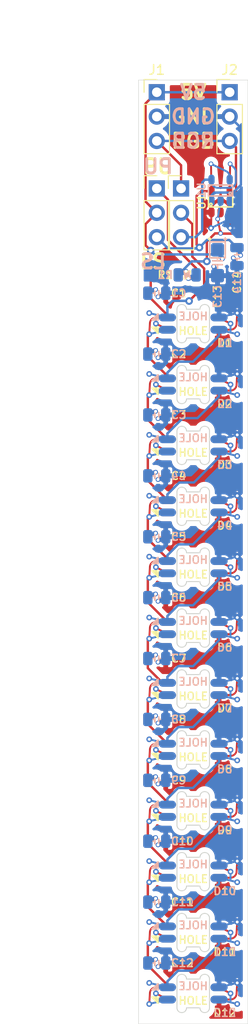
<source format=kicad_pcb>
(kicad_pcb (version 20171130) (host pcbnew "(5.1.9)-1")
  (layers (0 F.Cu signal) (31 B.Cu signal) (34 B.Paste user) (35 F.Paste user) (36 B.SilkS user) (37 F.SilkS user) (38 B.Mask user) (39 F.Mask user) (44 Edge.Cuts user))
  (net 0 "")
  (net 1 GND)
  (net 2 +5V)
  (net 3 SHIFTER_PWR)
  (net 4 "Net-(D1-Pad1)")
  (net 5 RGB_DI)
  (net 6 "Net-(D2-Pad1)")
  (net 7 "Net-(D3-Pad1)")
  (net 8 "Net-(D4-Pad1)")
  (net 9 "Net-(D5-Pad1)")
  (net 10 "Net-(D6-Pad1)")
  (net 11 "Net-(D7-Pad1)")
  (net 12 "Net-(D8-Pad1)")
  (net 13 "Net-(D10-Pad3)")
  (net 14 "Net-(D10-Pad1)")
  (net 15 "Net-(D11-Pad1)")
  (net 16 "Net-(D12-Pad1)")
  (net 17 RGB_IN)
  (net 18 SHIFTER_OUT)
  (net 19 PULLUP_PWR)
  (module reversible-kicad-footprints:SOT-23-5 (layer F.Cu) (at 114.62 56.5386 90)
    (fp_text reference U1 (at -0.6 -2 90) (layer F.SilkS) (effects (font (size 0.8128 0.8128) (thickness 0.1524))))
    (fp_text value 74HCT1G125)
    (fp_text user %R (at 0.6 -2 90) (layer B.SilkS) (effects (font (size 0.8128 0.8128) (thickness 0.1524)) (justify mirror)))
    (pad 5 smd custom (at 1.7 0.95 90) (size 0.65 0.65) (layers B.Cu) (net 3 SHIFTER_PWR) (thermal_gap 0.2) (options (clearance convexhull) (anchor circle)) (primitives (gr_line (start 0.9 -0.4) (end 1.65 -1.95) (width 0.2)) (gr_arc (start 0.3 -0.65) (end 0.3 0) (angle -67.3) (width 0.2))))
    (pad 4 smd custom (at 1.7 -0.95 90) (size 0.65 0.65) (layers B.Cu) (net 18 SHIFTER_OUT) (thermal_gap 0.2) (options (clearance convexhull) (anchor circle)) (primitives (gr_line (start -0.85 1.9) (end -0.85 0.65) (width 0.2)) (gr_line (start 0.8 2.55) (end -0.2 2.55) (width 0.2)) (gr_line (start 1.65 1.95) (end 1.256852 2.356852) (width 0.2)) (gr_arc (start -0.2 0.65) (end -0.2 0) (angle -90) (width 0.2)) (gr_arc (start 0.790381 1.890381) (end 0.8 2.55) (angle -44.1) (width 0.2)) (gr_arc (start -0.2 1.9) (end -0.85 1.9) (angle -90) (width 0.2))))
    (pad 3 smd custom (at -0.5 -0.95 90) (size 0.65 0.65) (layers B.Cu) (net 1 GND) (thermal_gap 0.2) (options (clearance convexhull) (anchor circle)) (primitives (gr_line (start 0.85 1.9) (end 0.85 0.65) (width 0.2)) (gr_line (start -2 2.55) (end 0.2 2.55) (width 0.2)) (gr_line (start -2.459619 2.359619) (end -2.85 1.95) (width 0.2)) (gr_arc (start -2 1.9) (end -2 2.55) (angle 45) (width 0.2)) (gr_arc (start 0.2 0.65) (end 0.85 0.65) (angle -90) (width 0.2)) (gr_arc (start 0.2 1.9) (end 0.2 2.55) (angle -90) (width 0.2))))
    (pad 2 smd custom (at -0.5 0 90) (size 0.65 0.65) (layers B.Cu) (net 17 RGB_IN) (thermal_gap 0.2) (options (clearance convexhull) (anchor circle)) (primitives (gr_line (start -1.9 -0.3) (end 0 0) (width 0.2))))
    (pad 1 smd custom (at -0.5 0.95 90) (size 0.65 0.65) (layers B.Cu) (net 1 GND) (thermal_gap 0.2) (options (clearance convexhull) (anchor circle)) (primitives (gr_line (start -2.1 -0.4) (end -2.85 -1.95) (width 0.2)) (gr_line (start 0 0) (end -1.5 0) (width 0.2)) (gr_arc (start -1.5 -0.65) (end -1.5 0) (angle 67.3) (width 0.2))))
    (pad 5 smd custom (at 0.5 -0.95 90) (size 0.65 0.65) (layers F.Cu) (net 3 SHIFTER_PWR) (thermal_gap 0.2) (options (clearance convexhull) (anchor circle)) (primitives (gr_line (start 2.85 -0.05) (end 0 0) (width 0.2))))
    (pad 4 smd custom (at 0.5 0.95 90) (size 0.65 0.65) (layers F.Cu) (net 18 SHIFTER_OUT) (thermal_gap 0.2) (options (clearance convexhull) (anchor circle)) (primitives (gr_line (start 2.85 0.05) (end 0 0) (width 0.2))))
    (pad 3 smd custom (at -1.7 0.95 90) (size 0.65 0.65) (layers F.Cu) (net 1 GND) (thermal_gap 0.2) (options (clearance convexhull) (anchor circle)) (primitives (gr_line (start -1.65 0.05) (end 0 0) (width 0.2))))
    (pad 2 smd custom (at -1.7 0 90) (size 0.65 0.65) (layers F.Cu) (net 17 RGB_IN) (thermal_gap 0.2) (options (clearance convexhull) (anchor circle)) (primitives (gr_line (start -2.2 0) (end -0.7 -0.3) (width 0.2)) (gr_line (start 0 0) (end -0.7 -0.3) (width 0.2))))
    (pad 1 smd custom (at -1.7 -0.95 90) (size 0.65 0.65) (layers F.Cu) (net 1 GND) (thermal_gap 0.2) (options (clearance convexhull) (anchor circle)) (primitives (gr_line (start -1.65 -0.05) (end 0 0) (width 0.2))))
    (pad 5 thru_hole circle (at 3.35 -1 90) (size 0.5 0.5) (drill 0.3) (layers *.Cu) (net 3 SHIFTER_PWR) (thermal_gap 0.2))
    (pad 4 thru_hole circle (at 3.35 1 90) (size 0.5 0.5) (drill 0.3) (layers *.Cu) (net 18 SHIFTER_OUT) (thermal_gap 0.2))
    (pad 3 thru_hole circle (at -3.35 1 90) (size 0.5 0.5) (drill 0.3) (layers *.Cu) (net 1 GND) (thermal_gap 0.2))
    (pad 2 thru_hole circle (at -3.9 0 90) (size 0.5 0.5) (drill 0.3) (layers *.Cu) (net 17 RGB_IN) (thermal_gap 0.2))
    (pad 1 thru_hole circle (at -3.35 -1 90) (size 0.5 0.5) (drill 0.3) (layers *.Cu) (net 1 GND) (thermal_gap 0.2))
    (pad 4 smd oval (at 1.7 -0.95 90) (size 1.06 0.65) (layers B.Cu B.Paste B.Mask) (net 18 SHIFTER_OUT) (thermal_gap 0.2))
    (pad 5 smd oval (at 1.7 0.95 90) (size 1.06 0.65) (layers B.Cu B.Paste B.Mask) (net 3 SHIFTER_PWR) (thermal_gap 0.2))
    (pad 1 smd oval (at -0.5 0.95 90) (size 1.06 0.65) (layers B.Cu B.Paste B.Mask) (net 1 GND) (thermal_gap 0.2))
    (pad 2 smd oval (at -0.5 0 90) (size 1.06 0.65) (layers B.Cu B.Paste B.Mask) (net 17 RGB_IN) (thermal_gap 0.2))
    (pad 3 smd oval (at -0.5 -0.95 90) (size 1.06 0.65) (layers B.Cu B.Paste B.Mask) (net 1 GND) (thermal_gap 0.2))
    (pad 5 smd oval (at 0.5 -0.95 90) (size 1.06 0.65) (layers F.Cu F.Paste F.Mask) (net 3 SHIFTER_PWR) (thermal_gap 0.2))
    (pad 4 smd oval (at 0.5 0.95 90) (size 1.06 0.65) (layers F.Cu F.Paste F.Mask) (net 18 SHIFTER_OUT) (thermal_gap 0.2))
    (pad 3 smd oval (at -1.7 0.95 90) (size 1.06 0.65) (layers F.Cu F.Paste F.Mask) (net 1 GND) (thermal_gap 0.2))
    (pad 2 smd oval (at -1.7 0 90) (size 1.06 0.65) (layers F.Cu F.Paste F.Mask) (net 17 RGB_IN) (thermal_gap 0.2))
    (pad 1 smd oval (at -1.7 -0.95 90) (size 1.06 0.65) (layers F.Cu F.Paste F.Mask) (net 1 GND) (thermal_gap 0.2))
    (pad 2 thru_hole circle (at -2.4 -0.3 90) (size 0.5 0.5) (drill 0.3) (layers *.Cu) (net 17 RGB_IN) (thermal_gap 0.2))
  )
  (module reversible-kicad-footprints:R-0805_2012Metric (layer F.Cu) (at 111.125 64.77 180)
    (fp_text reference R1 (at 1.397 0) (layer F.SilkS) (effects (font (size 0.8128 0.8128) (thickness 0.1524)) (justify right)))
    (fp_text value 5k1)
    (fp_text user %R (at 1.397 0) (layer B.SilkS) (effects (font (size 0.8128 0.8128) (thickness 0.1524)) (justify left mirror)))
    (pad 2 smd roundrect (at 0.9375 0 180) (size 0.975 1.4) (layers F.Cu F.Paste F.Mask) (net 17 RGB_IN) (thermal_gap 0.2))
    (pad 1 smd roundrect (at -0.9375 0 180) (size 0.975 1.4) (layers F.Cu F.Paste F.Mask) (net 19 PULLUP_PWR) (thermal_gap 0.2))
    (pad 2 smd roundrect (at 0.9375 0 180) (size 0.975 1.4) (layers B.Cu B.Paste B.Mask) (net 17 RGB_IN) (thermal_gap 0.2))
    (pad 1 smd roundrect (at -0.9375 0 180) (size 0.975 1.4) (layers B.Cu B.Paste B.Mask) (net 19 PULLUP_PWR) (thermal_gap 0.2))
    (pad 1 thru_hole circle (at -0.127 -0.381 180) (size 0.5 0.5) (drill 0.3) (layers *.Cu) (net 19 PULLUP_PWR) (thermal_gap 0.2))
    (pad 2 thru_hole circle (at 0.127 0.381 180) (size 0.5 0.5) (drill 0.3) (layers *.Cu) (net 17 RGB_IN) (thermal_gap 0.2))
    (pad 1 smd custom (at -0.9375 0 180) (size 0.01 0.01) (layers F.Cu) (net 19 PULLUP_PWR) (thermal_gap 0.2) (options (clearance convexhull) (anchor circle)) (primitives (gr_line (start 0.8105 -0.381) (end -0.0785 0) (width 0.5))))
    (pad 1 smd custom (at -0.9375 0 180) (size 0.01 0.01) (layers B.Cu) (net 19 PULLUP_PWR) (thermal_gap 0.2) (options (clearance convexhull) (anchor circle)) (primitives (gr_line (start 0.8105 -0.381) (end -0.0785 0) (width 0.5))))
    (pad 2 smd custom (at 0.9375 0 180) (size 0.01 0.01) (layers F.Cu) (net 17 RGB_IN) (thermal_gap 0.2) (options (clearance convexhull) (anchor circle)) (primitives (gr_line (start -0.8105 0.381) (end 0.0785 0) (width 0.5))))
    (pad 2 smd custom (at 0.9375 0 180) (size 0.01 0.01) (layers B.Cu) (net 17 RGB_IN) (thermal_gap 0.2) (options (clearance convexhull) (anchor circle)) (primitives (gr_line (start -0.8105 0.381) (end 0.0785 0) (width 0.5))))
  )
  (module Connector_PinHeader_2.54mm:PinHeader_1x03_P2.54mm_Vertical (layer F.Cu) (at 107.95 55.753)
    (fp_text reference J4 hide)
    (fp_text value Conn_01x03)
    (pad 3 thru_hole oval (at 0 5.08) (size 1.7 1.7) (drill 1) (layers *.Cu *.Mask) (net 3 SHIFTER_PWR))
    (pad 2 thru_hole oval (at 0 2.54) (size 1.7 1.7) (drill 1) (layers *.Cu *.Mask) (net 2 +5V))
    (pad 1 thru_hole rect (at 0 0) (size 1.7 1.7) (drill 1) (layers *.Cu *.Mask) (net 19 PULLUP_PWR))
  )
  (module Connector_PinHeader_2.54mm:PinHeader_1x03_P2.54mm_Vertical (layer F.Cu) (at 110.49 55.753)
    (fp_text reference J3 hide)
    (fp_text value Conn_01x03)
    (pad 3 thru_hole oval (at 0 5.08) (size 1.7 1.7) (drill 1) (layers *.Cu *.Mask) (net 18 SHIFTER_OUT))
    (pad 2 thru_hole oval (at 0 2.54) (size 1.7 1.7) (drill 1) (layers *.Cu *.Mask) (net 5 RGB_DI))
    (pad 1 thru_hole rect (at 0 0) (size 1.7 1.7) (drill 1) (layers *.Cu *.Mask) (net 17 RGB_IN))
  )
  (module Connector_PinHeader_2.54mm:PinHeader_1x03_P2.54mm_Vertical (layer F.Cu) (at 115.57 45.72)
    (fp_text reference J2 (at 0 -2.33) (layer F.SilkS))
    (fp_text value Conn_01x03)
    (pad 3 thru_hole oval (at 0 5.08) (size 1.7 1.7) (drill 1) (layers *.Cu *.Mask) (net 17 RGB_IN))
    (pad 2 thru_hole oval (at 0 2.54) (size 1.7 1.7) (drill 1) (layers *.Cu *.Mask) (net 1 GND))
    (pad 1 thru_hole rect (at 0 0) (size 1.7 1.7) (drill 1) (layers *.Cu *.Mask) (net 2 +5V))
  )
  (module Connector_PinHeader_2.54mm:PinHeader_1x03_P2.54mm_Vertical (layer F.Cu) (at 107.95 45.72)
    (fp_text reference J1 (at 0 -2.33) (layer F.SilkS))
    (fp_text value Conn_01x03)
    (pad 3 thru_hole oval (at 0 5.08) (size 1.7 1.7) (drill 1) (layers *.Cu *.Mask) (net 17 RGB_IN))
    (pad 2 thru_hole oval (at 0 2.54) (size 1.7 1.7) (drill 1) (layers *.Cu *.Mask) (net 1 GND))
    (pad 1 thru_hole rect (at 0 0) (size 1.7 1.7) (drill 1) (layers *.Cu *.Mask) (net 2 +5V))
  )
  (module reversible-kicad-footprints:SK6812Mini-E (layer F.Cu) (at 111.76 139.7)
    (fp_text reference D12)
    (fp_text value SK6812MINI)
    (fp_arc (start -1.2 -1.5) (end -0.7 -1.5) (angle -180) (layer Edge.Cuts) (width 0.1))
    (fp_arc (start 1.2 -1.5) (end 1.7 -1.5) (angle -180) (layer Edge.Cuts) (width 0.1))
    (fp_arc (start 1.2 1.5) (end 0.7 1.5) (angle -180) (layer Edge.Cuts) (width 0.1))
    (fp_arc (start -1.2 1.5) (end -1.7 1.5) (angle -180) (layer Edge.Cuts) (width 0.1))
    (fp_text user %R (at 3.302 2.019) (layer B.SilkS) (effects (font (size 0.8128 0.8128) (thickness 0.1524)) (justify mirror)))
    (fp_text user %R (at 3.302 2.019) (layer F.SilkS) (effects (font (size 0.8128 0.8128) (thickness 0.1524))))
    (fp_text user HOLE (at 0 0.762) (layer F.SilkS) (effects (font (size 0.8 0.8))))
    (fp_text user HOLE (at 0 -0.762) (layer B.SilkS) (effects (font (size 0.8 0.8)) (justify mirror)))
    (fp_line (start 1.7 1.5) (end 1.7 -1.5) (layer Edge.Cuts) (width 0.1))
    (fp_line (start -1.7 -1.5) (end -1.7 1.5) (layer Edge.Cuts) (width 0.1))
    (fp_line (start -0.7 1.5) (end 0.7 1.5) (layer Edge.Cuts) (width 0.1))
    (fp_line (start -0.7 -1.5) (end 0.7 -1.5) (layer Edge.Cuts) (width 0.1))
    (pad 1 smd custom (at 2.7 0.64 180) (size 0.01 0.01) (layers B.Cu) (net 16 "Net-(D12-Pad1)") (thermal_gap 0.2) (options (clearance convexhull) (anchor circle)) (primitives (gr_line (start 0.033 0.005) (end -1.9 -0.46) (width 0.2)) (gr_line (start -1.2 0.64) (end -1.2 -0.26) (width 0.2))))
    (pad 2 smd custom (at 2.7 -0.64 180) (size 0.01 0.01) (layers B.Cu) (net 1 GND) (thermal_gap 0.2) (options (clearance convexhull) (anchor circle)) (primitives (gr_line (start -1.9 0.46) (end 0 -0.005) (width 0.2))))
    (pad 2 smd custom (at 2.7 0.64 180) (size 0.01 0.01) (layers F.Cu) (net 1 GND) (thermal_gap 0.2) (options (clearance convexhull) (anchor circle)) (primitives (gr_arc (start -1.199 0.64) (end -1.199 0.005) (angle -81) (width 0.2)) (gr_line (start -1.826269 0.541217) (end -1.9 1.74) (width 0.2)) (gr_line (start -1.199 0.005) (end 0 0.005) (width 0.2))))
    (pad 1 smd custom (at 2.7 -0.64 180) (size 0.01 0.01) (layers F.Cu) (net 16 "Net-(D12-Pad1)") (thermal_gap 0.2) (options (clearance convexhull) (anchor circle)) (primitives (gr_line (start -1.2 -0.64) (end 0.033 -0.005) (width 0.2))))
    (pad 4 smd custom (at -2.7 -0.64) (size 0.01 0.01) (layers F.Cu) (net 2 +5V) (thermal_gap 0.2) (options (clearance convexhull) (anchor circle)) (primitives (gr_arc (start -1.199 0.64) (end -1.199 0.005) (angle -81) (width 0.2)) (gr_line (start -1.826269 0.541217) (end -1.9 1.74) (width 0.2)) (gr_line (start -1.199 0.005) (end 0 0.005) (width 0.2))))
    (pad 3 smd custom (at -2.7 0.64) (size 0.01 0.01) (layers F.Cu) (net 15 "Net-(D11-Pad1)") (thermal_gap 0.2) (options (clearance convexhull) (anchor circle)) (primitives (gr_line (start -1.2 -0.64) (end 0.033 -0.005) (width 0.2))))
    (pad 4 smd custom (at -2.7 0.64) (size 0.01 0.01) (layers B.Cu) (net 2 +5V) (thermal_gap 0.2) (options (clearance convexhull) (anchor circle)) (primitives (gr_line (start -1.9 0.46) (end 0 -0.005) (width 0.2))))
    (pad 3 smd custom (at -2.7 -0.64) (size 0.01 0.01) (layers B.Cu) (net 15 "Net-(D11-Pad1)") (thermal_gap 0.2) (options (clearance convexhull) (anchor circle)) (primitives (gr_line (start 0.033 0.005) (end -1.9 -0.46) (width 0.2)) (gr_line (start -1.2 0.64) (end -1.2 -0.26) (width 0.2))))
    (pad 1 thru_hole circle (at 3.9 0 180) (size 0.6 0.6) (drill 0.3) (layers *.Cu) (net 16 "Net-(D12-Pad1)") (thermal_gap 0.2))
    (pad 1 thru_hole circle (at 4.6 1.1 180) (size 0.6 0.6) (drill 0.3) (layers *.Cu) (net 16 "Net-(D12-Pad1)") (thermal_gap 0.2))
    (pad 3 thru_hole circle (at -4.6 -1.1) (size 0.6 0.6) (drill 0.3) (layers *.Cu) (net 15 "Net-(D11-Pad1)") (thermal_gap 0.2))
    (pad 2 thru_hole circle (at 4.6 -1.1 180) (size 0.6 0.6) (drill 0.3) (layers *.Cu) (net 1 GND) (thermal_gap 0.2))
    (pad 4 thru_hole circle (at -4.6 1.1) (size 0.6 0.6) (drill 0.3) (layers *.Cu) (net 2 +5V) (thermal_gap 0.2))
    (pad 1 smd oval (at 2.7 -0.64) (size 1.8 0.82) (layers F.Cu F.Paste F.Mask) (net 16 "Net-(D12-Pad1)") (thermal_gap 0.2))
    (pad 2 smd oval (at 2.7 0.64) (size 1.8 0.82) (layers F.Cu F.Paste F.Mask) (net 1 GND) (thermal_gap 0.2))
    (pad 3 smd oval (at -2.7 0.64) (size 1.8 0.82) (layers F.Cu F.Paste F.Mask) (net 15 "Net-(D11-Pad1)") (thermal_gap 0.2))
    (pad 4 smd oval (at -2.7 -0.64) (size 1.8 0.82) (layers F.Cu F.Paste F.Mask) (net 2 +5V) (thermal_gap 0.2))
    (pad 3 thru_hole circle (at -3.9 0) (size 0.6 0.6) (drill 0.3) (layers *.Cu) (net 15 "Net-(D11-Pad1)") (thermal_gap 0.2))
    (pad 3 smd oval (at -2.7 -0.64) (size 1.8 0.82) (layers B.Cu B.Paste B.Mask) (net 15 "Net-(D11-Pad1)") (thermal_gap 0.2))
    (pad 4 smd oval (at -2.7 0.64) (size 1.8 0.82) (layers B.Cu B.Paste B.Mask) (net 2 +5V) (thermal_gap 0.2))
    (pad 1 smd oval (at 2.7 0.64) (size 1.8 0.82) (layers B.Cu B.Paste B.Mask) (net 16 "Net-(D12-Pad1)") (thermal_gap 0.2))
    (pad 2 smd oval (at 2.7 -0.64) (size 1.8 0.82) (layers B.Cu B.Paste B.Mask) (net 1 GND) (thermal_gap 0.2))
  )
  (module reversible-kicad-footprints:SK6812Mini-E (layer F.Cu) (at 111.76 133.35)
    (fp_text reference D11)
    (fp_text value SK6812MINI)
    (fp_arc (start -1.2 -1.5) (end -0.7 -1.5) (angle -180) (layer Edge.Cuts) (width 0.1))
    (fp_arc (start 1.2 -1.5) (end 1.7 -1.5) (angle -180) (layer Edge.Cuts) (width 0.1))
    (fp_arc (start 1.2 1.5) (end 0.7 1.5) (angle -180) (layer Edge.Cuts) (width 0.1))
    (fp_arc (start -1.2 1.5) (end -1.7 1.5) (angle -180) (layer Edge.Cuts) (width 0.1))
    (fp_text user %R (at 3.302 2.019) (layer B.SilkS) (effects (font (size 0.8128 0.8128) (thickness 0.1524)) (justify mirror)))
    (fp_text user %R (at 3.302 2.019) (layer F.SilkS) (effects (font (size 0.8128 0.8128) (thickness 0.1524))))
    (fp_text user HOLE (at 0 0.762) (layer F.SilkS) (effects (font (size 0.8 0.8))))
    (fp_text user HOLE (at 0 -0.762) (layer B.SilkS) (effects (font (size 0.8 0.8)) (justify mirror)))
    (fp_line (start 1.7 1.5) (end 1.7 -1.5) (layer Edge.Cuts) (width 0.1))
    (fp_line (start -1.7 -1.5) (end -1.7 1.5) (layer Edge.Cuts) (width 0.1))
    (fp_line (start -0.7 1.5) (end 0.7 1.5) (layer Edge.Cuts) (width 0.1))
    (fp_line (start -0.7 -1.5) (end 0.7 -1.5) (layer Edge.Cuts) (width 0.1))
    (pad 1 smd custom (at 2.7 0.64 180) (size 0.01 0.01) (layers B.Cu) (net 15 "Net-(D11-Pad1)") (thermal_gap 0.2) (options (clearance convexhull) (anchor circle)) (primitives (gr_line (start 0.033 0.005) (end -1.9 -0.46) (width 0.2)) (gr_line (start -1.2 0.64) (end -1.2 -0.26) (width 0.2))))
    (pad 2 smd custom (at 2.7 -0.64 180) (size 0.01 0.01) (layers B.Cu) (net 1 GND) (thermal_gap 0.2) (options (clearance convexhull) (anchor circle)) (primitives (gr_line (start -1.9 0.46) (end 0 -0.005) (width 0.2))))
    (pad 2 smd custom (at 2.7 0.64 180) (size 0.01 0.01) (layers F.Cu) (net 1 GND) (thermal_gap 0.2) (options (clearance convexhull) (anchor circle)) (primitives (gr_arc (start -1.199 0.64) (end -1.199 0.005) (angle -81) (width 0.2)) (gr_line (start -1.826269 0.541217) (end -1.9 1.74) (width 0.2)) (gr_line (start -1.199 0.005) (end 0 0.005) (width 0.2))))
    (pad 1 smd custom (at 2.7 -0.64 180) (size 0.01 0.01) (layers F.Cu) (net 15 "Net-(D11-Pad1)") (thermal_gap 0.2) (options (clearance convexhull) (anchor circle)) (primitives (gr_line (start -1.2 -0.64) (end 0.033 -0.005) (width 0.2))))
    (pad 4 smd custom (at -2.7 -0.64) (size 0.01 0.01) (layers F.Cu) (net 2 +5V) (thermal_gap 0.2) (options (clearance convexhull) (anchor circle)) (primitives (gr_arc (start -1.199 0.64) (end -1.199 0.005) (angle -81) (width 0.2)) (gr_line (start -1.826269 0.541217) (end -1.9 1.74) (width 0.2)) (gr_line (start -1.199 0.005) (end 0 0.005) (width 0.2))))
    (pad 3 smd custom (at -2.7 0.64) (size 0.01 0.01) (layers F.Cu) (net 14 "Net-(D10-Pad1)") (thermal_gap 0.2) (options (clearance convexhull) (anchor circle)) (primitives (gr_line (start -1.2 -0.64) (end 0.033 -0.005) (width 0.2))))
    (pad 4 smd custom (at -2.7 0.64) (size 0.01 0.01) (layers B.Cu) (net 2 +5V) (thermal_gap 0.2) (options (clearance convexhull) (anchor circle)) (primitives (gr_line (start -1.9 0.46) (end 0 -0.005) (width 0.2))))
    (pad 3 smd custom (at -2.7 -0.64) (size 0.01 0.01) (layers B.Cu) (net 14 "Net-(D10-Pad1)") (thermal_gap 0.2) (options (clearance convexhull) (anchor circle)) (primitives (gr_line (start 0.033 0.005) (end -1.9 -0.46) (width 0.2)) (gr_line (start -1.2 0.64) (end -1.2 -0.26) (width 0.2))))
    (pad 1 thru_hole circle (at 3.9 0 180) (size 0.6 0.6) (drill 0.3) (layers *.Cu) (net 15 "Net-(D11-Pad1)") (thermal_gap 0.2))
    (pad 1 thru_hole circle (at 4.6 1.1 180) (size 0.6 0.6) (drill 0.3) (layers *.Cu) (net 15 "Net-(D11-Pad1)") (thermal_gap 0.2))
    (pad 3 thru_hole circle (at -4.6 -1.1) (size 0.6 0.6) (drill 0.3) (layers *.Cu) (net 14 "Net-(D10-Pad1)") (thermal_gap 0.2))
    (pad 2 thru_hole circle (at 4.6 -1.1 180) (size 0.6 0.6) (drill 0.3) (layers *.Cu) (net 1 GND) (thermal_gap 0.2))
    (pad 4 thru_hole circle (at -4.6 1.1) (size 0.6 0.6) (drill 0.3) (layers *.Cu) (net 2 +5V) (thermal_gap 0.2))
    (pad 1 smd oval (at 2.7 -0.64) (size 1.8 0.82) (layers F.Cu F.Paste F.Mask) (net 15 "Net-(D11-Pad1)") (thermal_gap 0.2))
    (pad 2 smd oval (at 2.7 0.64) (size 1.8 0.82) (layers F.Cu F.Paste F.Mask) (net 1 GND) (thermal_gap 0.2))
    (pad 3 smd oval (at -2.7 0.64) (size 1.8 0.82) (layers F.Cu F.Paste F.Mask) (net 14 "Net-(D10-Pad1)") (thermal_gap 0.2))
    (pad 4 smd oval (at -2.7 -0.64) (size 1.8 0.82) (layers F.Cu F.Paste F.Mask) (net 2 +5V) (thermal_gap 0.2))
    (pad 3 thru_hole circle (at -3.9 0) (size 0.6 0.6) (drill 0.3) (layers *.Cu) (net 14 "Net-(D10-Pad1)") (thermal_gap 0.2))
    (pad 3 smd oval (at -2.7 -0.64) (size 1.8 0.82) (layers B.Cu B.Paste B.Mask) (net 14 "Net-(D10-Pad1)") (thermal_gap 0.2))
    (pad 4 smd oval (at -2.7 0.64) (size 1.8 0.82) (layers B.Cu B.Paste B.Mask) (net 2 +5V) (thermal_gap 0.2))
    (pad 1 smd oval (at 2.7 0.64) (size 1.8 0.82) (layers B.Cu B.Paste B.Mask) (net 15 "Net-(D11-Pad1)") (thermal_gap 0.2))
    (pad 2 smd oval (at 2.7 -0.64) (size 1.8 0.82) (layers B.Cu B.Paste B.Mask) (net 1 GND) (thermal_gap 0.2))
  )
  (module reversible-kicad-footprints:SK6812Mini-E (layer F.Cu) (at 111.76 127)
    (fp_text reference D10)
    (fp_text value SK6812MINI)
    (fp_arc (start -1.2 -1.5) (end -0.7 -1.5) (angle -180) (layer Edge.Cuts) (width 0.1))
    (fp_arc (start 1.2 -1.5) (end 1.7 -1.5) (angle -180) (layer Edge.Cuts) (width 0.1))
    (fp_arc (start 1.2 1.5) (end 0.7 1.5) (angle -180) (layer Edge.Cuts) (width 0.1))
    (fp_arc (start -1.2 1.5) (end -1.7 1.5) (angle -180) (layer Edge.Cuts) (width 0.1))
    (fp_text user %R (at 3.302 2.019) (layer B.SilkS) (effects (font (size 0.8128 0.8128) (thickness 0.1524)) (justify mirror)))
    (fp_text user %R (at 3.302 2.019) (layer F.SilkS) (effects (font (size 0.8128 0.8128) (thickness 0.1524))))
    (fp_text user HOLE (at 0 0.762) (layer F.SilkS) (effects (font (size 0.8 0.8))))
    (fp_text user HOLE (at 0 -0.762) (layer B.SilkS) (effects (font (size 0.8 0.8)) (justify mirror)))
    (fp_line (start 1.7 1.5) (end 1.7 -1.5) (layer Edge.Cuts) (width 0.1))
    (fp_line (start -1.7 -1.5) (end -1.7 1.5) (layer Edge.Cuts) (width 0.1))
    (fp_line (start -0.7 1.5) (end 0.7 1.5) (layer Edge.Cuts) (width 0.1))
    (fp_line (start -0.7 -1.5) (end 0.7 -1.5) (layer Edge.Cuts) (width 0.1))
    (pad 1 smd custom (at 2.7 0.64 180) (size 0.01 0.01) (layers B.Cu) (net 14 "Net-(D10-Pad1)") (thermal_gap 0.2) (options (clearance convexhull) (anchor circle)) (primitives (gr_line (start 0.033 0.005) (end -1.9 -0.46) (width 0.2)) (gr_line (start -1.2 0.64) (end -1.2 -0.26) (width 0.2))))
    (pad 2 smd custom (at 2.7 -0.64 180) (size 0.01 0.01) (layers B.Cu) (net 1 GND) (thermal_gap 0.2) (options (clearance convexhull) (anchor circle)) (primitives (gr_line (start -1.9 0.46) (end 0 -0.005) (width 0.2))))
    (pad 2 smd custom (at 2.7 0.64 180) (size 0.01 0.01) (layers F.Cu) (net 1 GND) (thermal_gap 0.2) (options (clearance convexhull) (anchor circle)) (primitives (gr_arc (start -1.199 0.64) (end -1.199 0.005) (angle -81) (width 0.2)) (gr_line (start -1.826269 0.541217) (end -1.9 1.74) (width 0.2)) (gr_line (start -1.199 0.005) (end 0 0.005) (width 0.2))))
    (pad 1 smd custom (at 2.7 -0.64 180) (size 0.01 0.01) (layers F.Cu) (net 14 "Net-(D10-Pad1)") (thermal_gap 0.2) (options (clearance convexhull) (anchor circle)) (primitives (gr_line (start -1.2 -0.64) (end 0.033 -0.005) (width 0.2))))
    (pad 4 smd custom (at -2.7 -0.64) (size 0.01 0.01) (layers F.Cu) (net 2 +5V) (thermal_gap 0.2) (options (clearance convexhull) (anchor circle)) (primitives (gr_arc (start -1.199 0.64) (end -1.199 0.005) (angle -81) (width 0.2)) (gr_line (start -1.826269 0.541217) (end -1.9 1.74) (width 0.2)) (gr_line (start -1.199 0.005) (end 0 0.005) (width 0.2))))
    (pad 3 smd custom (at -2.7 0.64) (size 0.01 0.01) (layers F.Cu) (net 13 "Net-(D10-Pad3)") (thermal_gap 0.2) (options (clearance convexhull) (anchor circle)) (primitives (gr_line (start -1.2 -0.64) (end 0.033 -0.005) (width 0.2))))
    (pad 4 smd custom (at -2.7 0.64) (size 0.01 0.01) (layers B.Cu) (net 2 +5V) (thermal_gap 0.2) (options (clearance convexhull) (anchor circle)) (primitives (gr_line (start -1.9 0.46) (end 0 -0.005) (width 0.2))))
    (pad 3 smd custom (at -2.7 -0.64) (size 0.01 0.01) (layers B.Cu) (net 13 "Net-(D10-Pad3)") (thermal_gap 0.2) (options (clearance convexhull) (anchor circle)) (primitives (gr_line (start 0.033 0.005) (end -1.9 -0.46) (width 0.2)) (gr_line (start -1.2 0.64) (end -1.2 -0.26) (width 0.2))))
    (pad 1 thru_hole circle (at 3.9 0 180) (size 0.6 0.6) (drill 0.3) (layers *.Cu) (net 14 "Net-(D10-Pad1)") (thermal_gap 0.2))
    (pad 1 thru_hole circle (at 4.6 1.1 180) (size 0.6 0.6) (drill 0.3) (layers *.Cu) (net 14 "Net-(D10-Pad1)") (thermal_gap 0.2))
    (pad 3 thru_hole circle (at -4.6 -1.1) (size 0.6 0.6) (drill 0.3) (layers *.Cu) (net 13 "Net-(D10-Pad3)") (thermal_gap 0.2))
    (pad 2 thru_hole circle (at 4.6 -1.1 180) (size 0.6 0.6) (drill 0.3) (layers *.Cu) (net 1 GND) (thermal_gap 0.2))
    (pad 4 thru_hole circle (at -4.6 1.1) (size 0.6 0.6) (drill 0.3) (layers *.Cu) (net 2 +5V) (thermal_gap 0.2))
    (pad 1 smd oval (at 2.7 -0.64) (size 1.8 0.82) (layers F.Cu F.Paste F.Mask) (net 14 "Net-(D10-Pad1)") (thermal_gap 0.2))
    (pad 2 smd oval (at 2.7 0.64) (size 1.8 0.82) (layers F.Cu F.Paste F.Mask) (net 1 GND) (thermal_gap 0.2))
    (pad 3 smd oval (at -2.7 0.64) (size 1.8 0.82) (layers F.Cu F.Paste F.Mask) (net 13 "Net-(D10-Pad3)") (thermal_gap 0.2))
    (pad 4 smd oval (at -2.7 -0.64) (size 1.8 0.82) (layers F.Cu F.Paste F.Mask) (net 2 +5V) (thermal_gap 0.2))
    (pad 3 thru_hole circle (at -3.9 0) (size 0.6 0.6) (drill 0.3) (layers *.Cu) (net 13 "Net-(D10-Pad3)") (thermal_gap 0.2))
    (pad 3 smd oval (at -2.7 -0.64) (size 1.8 0.82) (layers B.Cu B.Paste B.Mask) (net 13 "Net-(D10-Pad3)") (thermal_gap 0.2))
    (pad 4 smd oval (at -2.7 0.64) (size 1.8 0.82) (layers B.Cu B.Paste B.Mask) (net 2 +5V) (thermal_gap 0.2))
    (pad 1 smd oval (at 2.7 0.64) (size 1.8 0.82) (layers B.Cu B.Paste B.Mask) (net 14 "Net-(D10-Pad1)") (thermal_gap 0.2))
    (pad 2 smd oval (at 2.7 -0.64) (size 1.8 0.82) (layers B.Cu B.Paste B.Mask) (net 1 GND) (thermal_gap 0.2))
  )
  (module reversible-kicad-footprints:SK6812Mini-E (layer F.Cu) (at 111.76 120.65)
    (fp_text reference D9)
    (fp_text value SK6812MINI)
    (fp_arc (start -1.2 -1.5) (end -0.7 -1.5) (angle -180) (layer Edge.Cuts) (width 0.1))
    (fp_arc (start 1.2 -1.5) (end 1.7 -1.5) (angle -180) (layer Edge.Cuts) (width 0.1))
    (fp_arc (start 1.2 1.5) (end 0.7 1.5) (angle -180) (layer Edge.Cuts) (width 0.1))
    (fp_arc (start -1.2 1.5) (end -1.7 1.5) (angle -180) (layer Edge.Cuts) (width 0.1))
    (fp_text user %R (at 3.302 2.019) (layer B.SilkS) (effects (font (size 0.8128 0.8128) (thickness 0.1524)) (justify mirror)))
    (fp_text user %R (at 3.302 2.019) (layer F.SilkS) (effects (font (size 0.8128 0.8128) (thickness 0.1524))))
    (fp_text user HOLE (at 0 0.762) (layer F.SilkS) (effects (font (size 0.8 0.8))))
    (fp_text user HOLE (at 0 -0.762) (layer B.SilkS) (effects (font (size 0.8 0.8)) (justify mirror)))
    (fp_line (start 1.7 1.5) (end 1.7 -1.5) (layer Edge.Cuts) (width 0.1))
    (fp_line (start -1.7 -1.5) (end -1.7 1.5) (layer Edge.Cuts) (width 0.1))
    (fp_line (start -0.7 1.5) (end 0.7 1.5) (layer Edge.Cuts) (width 0.1))
    (fp_line (start -0.7 -1.5) (end 0.7 -1.5) (layer Edge.Cuts) (width 0.1))
    (pad 1 smd custom (at 2.7 0.64 180) (size 0.01 0.01) (layers B.Cu) (net 13 "Net-(D10-Pad3)") (thermal_gap 0.2) (options (clearance convexhull) (anchor circle)) (primitives (gr_line (start 0.033 0.005) (end -1.9 -0.46) (width 0.2)) (gr_line (start -1.2 0.64) (end -1.2 -0.26) (width 0.2))))
    (pad 2 smd custom (at 2.7 -0.64 180) (size 0.01 0.01) (layers B.Cu) (net 1 GND) (thermal_gap 0.2) (options (clearance convexhull) (anchor circle)) (primitives (gr_line (start -1.9 0.46) (end 0 -0.005) (width 0.2))))
    (pad 2 smd custom (at 2.7 0.64 180) (size 0.01 0.01) (layers F.Cu) (net 1 GND) (thermal_gap 0.2) (options (clearance convexhull) (anchor circle)) (primitives (gr_arc (start -1.199 0.64) (end -1.199 0.005) (angle -81) (width 0.2)) (gr_line (start -1.826269 0.541217) (end -1.9 1.74) (width 0.2)) (gr_line (start -1.199 0.005) (end 0 0.005) (width 0.2))))
    (pad 1 smd custom (at 2.7 -0.64 180) (size 0.01 0.01) (layers F.Cu) (net 13 "Net-(D10-Pad3)") (thermal_gap 0.2) (options (clearance convexhull) (anchor circle)) (primitives (gr_line (start -1.2 -0.64) (end 0.033 -0.005) (width 0.2))))
    (pad 4 smd custom (at -2.7 -0.64) (size 0.01 0.01) (layers F.Cu) (net 2 +5V) (thermal_gap 0.2) (options (clearance convexhull) (anchor circle)) (primitives (gr_arc (start -1.199 0.64) (end -1.199 0.005) (angle -81) (width 0.2)) (gr_line (start -1.826269 0.541217) (end -1.9 1.74) (width 0.2)) (gr_line (start -1.199 0.005) (end 0 0.005) (width 0.2))))
    (pad 3 smd custom (at -2.7 0.64) (size 0.01 0.01) (layers F.Cu) (net 12 "Net-(D8-Pad1)") (thermal_gap 0.2) (options (clearance convexhull) (anchor circle)) (primitives (gr_line (start -1.2 -0.64) (end 0.033 -0.005) (width 0.2))))
    (pad 4 smd custom (at -2.7 0.64) (size 0.01 0.01) (layers B.Cu) (net 2 +5V) (thermal_gap 0.2) (options (clearance convexhull) (anchor circle)) (primitives (gr_line (start -1.9 0.46) (end 0 -0.005) (width 0.2))))
    (pad 3 smd custom (at -2.7 -0.64) (size 0.01 0.01) (layers B.Cu) (net 12 "Net-(D8-Pad1)") (thermal_gap 0.2) (options (clearance convexhull) (anchor circle)) (primitives (gr_line (start 0.033 0.005) (end -1.9 -0.46) (width 0.2)) (gr_line (start -1.2 0.64) (end -1.2 -0.26) (width 0.2))))
    (pad 1 thru_hole circle (at 3.9 0 180) (size 0.6 0.6) (drill 0.3) (layers *.Cu) (net 13 "Net-(D10-Pad3)") (thermal_gap 0.2))
    (pad 1 thru_hole circle (at 4.6 1.1 180) (size 0.6 0.6) (drill 0.3) (layers *.Cu) (net 13 "Net-(D10-Pad3)") (thermal_gap 0.2))
    (pad 3 thru_hole circle (at -4.6 -1.1) (size 0.6 0.6) (drill 0.3) (layers *.Cu) (net 12 "Net-(D8-Pad1)") (thermal_gap 0.2))
    (pad 2 thru_hole circle (at 4.6 -1.1 180) (size 0.6 0.6) (drill 0.3) (layers *.Cu) (net 1 GND) (thermal_gap 0.2))
    (pad 4 thru_hole circle (at -4.6 1.1) (size 0.6 0.6) (drill 0.3) (layers *.Cu) (net 2 +5V) (thermal_gap 0.2))
    (pad 1 smd oval (at 2.7 -0.64) (size 1.8 0.82) (layers F.Cu F.Paste F.Mask) (net 13 "Net-(D10-Pad3)") (thermal_gap 0.2))
    (pad 2 smd oval (at 2.7 0.64) (size 1.8 0.82) (layers F.Cu F.Paste F.Mask) (net 1 GND) (thermal_gap 0.2))
    (pad 3 smd oval (at -2.7 0.64) (size 1.8 0.82) (layers F.Cu F.Paste F.Mask) (net 12 "Net-(D8-Pad1)") (thermal_gap 0.2))
    (pad 4 smd oval (at -2.7 -0.64) (size 1.8 0.82) (layers F.Cu F.Paste F.Mask) (net 2 +5V) (thermal_gap 0.2))
    (pad 3 thru_hole circle (at -3.9 0) (size 0.6 0.6) (drill 0.3) (layers *.Cu) (net 12 "Net-(D8-Pad1)") (thermal_gap 0.2))
    (pad 3 smd oval (at -2.7 -0.64) (size 1.8 0.82) (layers B.Cu B.Paste B.Mask) (net 12 "Net-(D8-Pad1)") (thermal_gap 0.2))
    (pad 4 smd oval (at -2.7 0.64) (size 1.8 0.82) (layers B.Cu B.Paste B.Mask) (net 2 +5V) (thermal_gap 0.2))
    (pad 1 smd oval (at 2.7 0.64) (size 1.8 0.82) (layers B.Cu B.Paste B.Mask) (net 13 "Net-(D10-Pad3)") (thermal_gap 0.2))
    (pad 2 smd oval (at 2.7 -0.64) (size 1.8 0.82) (layers B.Cu B.Paste B.Mask) (net 1 GND) (thermal_gap 0.2))
  )
  (module reversible-kicad-footprints:SK6812Mini-E (layer F.Cu) (at 111.76 114.3)
    (fp_text reference D8)
    (fp_text value SK6812MINI)
    (fp_arc (start -1.2 -1.5) (end -0.7 -1.5) (angle -180) (layer Edge.Cuts) (width 0.1))
    (fp_arc (start 1.2 -1.5) (end 1.7 -1.5) (angle -180) (layer Edge.Cuts) (width 0.1))
    (fp_arc (start 1.2 1.5) (end 0.7 1.5) (angle -180) (layer Edge.Cuts) (width 0.1))
    (fp_arc (start -1.2 1.5) (end -1.7 1.5) (angle -180) (layer Edge.Cuts) (width 0.1))
    (fp_text user %R (at 3.302 2.019) (layer B.SilkS) (effects (font (size 0.8128 0.8128) (thickness 0.1524)) (justify mirror)))
    (fp_text user %R (at 3.302 2.019) (layer F.SilkS) (effects (font (size 0.8128 0.8128) (thickness 0.1524))))
    (fp_text user HOLE (at 0 0.762) (layer F.SilkS) (effects (font (size 0.8 0.8))))
    (fp_text user HOLE (at 0 -0.762) (layer B.SilkS) (effects (font (size 0.8 0.8)) (justify mirror)))
    (fp_line (start 1.7 1.5) (end 1.7 -1.5) (layer Edge.Cuts) (width 0.1))
    (fp_line (start -1.7 -1.5) (end -1.7 1.5) (layer Edge.Cuts) (width 0.1))
    (fp_line (start -0.7 1.5) (end 0.7 1.5) (layer Edge.Cuts) (width 0.1))
    (fp_line (start -0.7 -1.5) (end 0.7 -1.5) (layer Edge.Cuts) (width 0.1))
    (pad 1 smd custom (at 2.7 0.64 180) (size 0.01 0.01) (layers B.Cu) (net 12 "Net-(D8-Pad1)") (thermal_gap 0.2) (options (clearance convexhull) (anchor circle)) (primitives (gr_line (start 0.033 0.005) (end -1.9 -0.46) (width 0.2)) (gr_line (start -1.2 0.64) (end -1.2 -0.26) (width 0.2))))
    (pad 2 smd custom (at 2.7 -0.64 180) (size 0.01 0.01) (layers B.Cu) (net 1 GND) (thermal_gap 0.2) (options (clearance convexhull) (anchor circle)) (primitives (gr_line (start -1.9 0.46) (end 0 -0.005) (width 0.2))))
    (pad 2 smd custom (at 2.7 0.64 180) (size 0.01 0.01) (layers F.Cu) (net 1 GND) (thermal_gap 0.2) (options (clearance convexhull) (anchor circle)) (primitives (gr_arc (start -1.199 0.64) (end -1.199 0.005) (angle -81) (width 0.2)) (gr_line (start -1.826269 0.541217) (end -1.9 1.74) (width 0.2)) (gr_line (start -1.199 0.005) (end 0 0.005) (width 0.2))))
    (pad 1 smd custom (at 2.7 -0.64 180) (size 0.01 0.01) (layers F.Cu) (net 12 "Net-(D8-Pad1)") (thermal_gap 0.2) (options (clearance convexhull) (anchor circle)) (primitives (gr_line (start -1.2 -0.64) (end 0.033 -0.005) (width 0.2))))
    (pad 4 smd custom (at -2.7 -0.64) (size 0.01 0.01) (layers F.Cu) (net 2 +5V) (thermal_gap 0.2) (options (clearance convexhull) (anchor circle)) (primitives (gr_arc (start -1.199 0.64) (end -1.199 0.005) (angle -81) (width 0.2)) (gr_line (start -1.826269 0.541217) (end -1.9 1.74) (width 0.2)) (gr_line (start -1.199 0.005) (end 0 0.005) (width 0.2))))
    (pad 3 smd custom (at -2.7 0.64) (size 0.01 0.01) (layers F.Cu) (net 11 "Net-(D7-Pad1)") (thermal_gap 0.2) (options (clearance convexhull) (anchor circle)) (primitives (gr_line (start -1.2 -0.64) (end 0.033 -0.005) (width 0.2))))
    (pad 4 smd custom (at -2.7 0.64) (size 0.01 0.01) (layers B.Cu) (net 2 +5V) (thermal_gap 0.2) (options (clearance convexhull) (anchor circle)) (primitives (gr_line (start -1.9 0.46) (end 0 -0.005) (width 0.2))))
    (pad 3 smd custom (at -2.7 -0.64) (size 0.01 0.01) (layers B.Cu) (net 11 "Net-(D7-Pad1)") (thermal_gap 0.2) (options (clearance convexhull) (anchor circle)) (primitives (gr_line (start 0.033 0.005) (end -1.9 -0.46) (width 0.2)) (gr_line (start -1.2 0.64) (end -1.2 -0.26) (width 0.2))))
    (pad 1 thru_hole circle (at 3.9 0 180) (size 0.6 0.6) (drill 0.3) (layers *.Cu) (net 12 "Net-(D8-Pad1)") (thermal_gap 0.2))
    (pad 1 thru_hole circle (at 4.6 1.1 180) (size 0.6 0.6) (drill 0.3) (layers *.Cu) (net 12 "Net-(D8-Pad1)") (thermal_gap 0.2))
    (pad 3 thru_hole circle (at -4.6 -1.1) (size 0.6 0.6) (drill 0.3) (layers *.Cu) (net 11 "Net-(D7-Pad1)") (thermal_gap 0.2))
    (pad 2 thru_hole circle (at 4.6 -1.1 180) (size 0.6 0.6) (drill 0.3) (layers *.Cu) (net 1 GND) (thermal_gap 0.2))
    (pad 4 thru_hole circle (at -4.6 1.1) (size 0.6 0.6) (drill 0.3) (layers *.Cu) (net 2 +5V) (thermal_gap 0.2))
    (pad 1 smd oval (at 2.7 -0.64) (size 1.8 0.82) (layers F.Cu F.Paste F.Mask) (net 12 "Net-(D8-Pad1)") (thermal_gap 0.2))
    (pad 2 smd oval (at 2.7 0.64) (size 1.8 0.82) (layers F.Cu F.Paste F.Mask) (net 1 GND) (thermal_gap 0.2))
    (pad 3 smd oval (at -2.7 0.64) (size 1.8 0.82) (layers F.Cu F.Paste F.Mask) (net 11 "Net-(D7-Pad1)") (thermal_gap 0.2))
    (pad 4 smd oval (at -2.7 -0.64) (size 1.8 0.82) (layers F.Cu F.Paste F.Mask) (net 2 +5V) (thermal_gap 0.2))
    (pad 3 thru_hole circle (at -3.9 0) (size 0.6 0.6) (drill 0.3) (layers *.Cu) (net 11 "Net-(D7-Pad1)") (thermal_gap 0.2))
    (pad 3 smd oval (at -2.7 -0.64) (size 1.8 0.82) (layers B.Cu B.Paste B.Mask) (net 11 "Net-(D7-Pad1)") (thermal_gap 0.2))
    (pad 4 smd oval (at -2.7 0.64) (size 1.8 0.82) (layers B.Cu B.Paste B.Mask) (net 2 +5V) (thermal_gap 0.2))
    (pad 1 smd oval (at 2.7 0.64) (size 1.8 0.82) (layers B.Cu B.Paste B.Mask) (net 12 "Net-(D8-Pad1)") (thermal_gap 0.2))
    (pad 2 smd oval (at 2.7 -0.64) (size 1.8 0.82) (layers B.Cu B.Paste B.Mask) (net 1 GND) (thermal_gap 0.2))
  )
  (module reversible-kicad-footprints:SK6812Mini-E (layer F.Cu) (at 111.76 107.95)
    (fp_text reference D7)
    (fp_text value SK6812MINI)
    (fp_arc (start -1.2 -1.5) (end -0.7 -1.5) (angle -180) (layer Edge.Cuts) (width 0.1))
    (fp_arc (start 1.2 -1.5) (end 1.7 -1.5) (angle -180) (layer Edge.Cuts) (width 0.1))
    (fp_arc (start 1.2 1.5) (end 0.7 1.5) (angle -180) (layer Edge.Cuts) (width 0.1))
    (fp_arc (start -1.2 1.5) (end -1.7 1.5) (angle -180) (layer Edge.Cuts) (width 0.1))
    (fp_text user %R (at 3.302 2.019) (layer B.SilkS) (effects (font (size 0.8128 0.8128) (thickness 0.1524)) (justify mirror)))
    (fp_text user %R (at 3.302 2.019) (layer F.SilkS) (effects (font (size 0.8128 0.8128) (thickness 0.1524))))
    (fp_text user HOLE (at 0 0.762) (layer F.SilkS) (effects (font (size 0.8 0.8))))
    (fp_text user HOLE (at 0 -0.762) (layer B.SilkS) (effects (font (size 0.8 0.8)) (justify mirror)))
    (fp_line (start 1.7 1.5) (end 1.7 -1.5) (layer Edge.Cuts) (width 0.1))
    (fp_line (start -1.7 -1.5) (end -1.7 1.5) (layer Edge.Cuts) (width 0.1))
    (fp_line (start -0.7 1.5) (end 0.7 1.5) (layer Edge.Cuts) (width 0.1))
    (fp_line (start -0.7 -1.5) (end 0.7 -1.5) (layer Edge.Cuts) (width 0.1))
    (pad 1 smd custom (at 2.7 0.64 180) (size 0.01 0.01) (layers B.Cu) (net 11 "Net-(D7-Pad1)") (thermal_gap 0.2) (options (clearance convexhull) (anchor circle)) (primitives (gr_line (start 0.033 0.005) (end -1.9 -0.46) (width 0.2)) (gr_line (start -1.2 0.64) (end -1.2 -0.26) (width 0.2))))
    (pad 2 smd custom (at 2.7 -0.64 180) (size 0.01 0.01) (layers B.Cu) (net 1 GND) (thermal_gap 0.2) (options (clearance convexhull) (anchor circle)) (primitives (gr_line (start -1.9 0.46) (end 0 -0.005) (width 0.2))))
    (pad 2 smd custom (at 2.7 0.64 180) (size 0.01 0.01) (layers F.Cu) (net 1 GND) (thermal_gap 0.2) (options (clearance convexhull) (anchor circle)) (primitives (gr_arc (start -1.199 0.64) (end -1.199 0.005) (angle -81) (width 0.2)) (gr_line (start -1.826269 0.541217) (end -1.9 1.74) (width 0.2)) (gr_line (start -1.199 0.005) (end 0 0.005) (width 0.2))))
    (pad 1 smd custom (at 2.7 -0.64 180) (size 0.01 0.01) (layers F.Cu) (net 11 "Net-(D7-Pad1)") (thermal_gap 0.2) (options (clearance convexhull) (anchor circle)) (primitives (gr_line (start -1.2 -0.64) (end 0.033 -0.005) (width 0.2))))
    (pad 4 smd custom (at -2.7 -0.64) (size 0.01 0.01) (layers F.Cu) (net 2 +5V) (thermal_gap 0.2) (options (clearance convexhull) (anchor circle)) (primitives (gr_arc (start -1.199 0.64) (end -1.199 0.005) (angle -81) (width 0.2)) (gr_line (start -1.826269 0.541217) (end -1.9 1.74) (width 0.2)) (gr_line (start -1.199 0.005) (end 0 0.005) (width 0.2))))
    (pad 3 smd custom (at -2.7 0.64) (size 0.01 0.01) (layers F.Cu) (net 10 "Net-(D6-Pad1)") (thermal_gap 0.2) (options (clearance convexhull) (anchor circle)) (primitives (gr_line (start -1.2 -0.64) (end 0.033 -0.005) (width 0.2))))
    (pad 4 smd custom (at -2.7 0.64) (size 0.01 0.01) (layers B.Cu) (net 2 +5V) (thermal_gap 0.2) (options (clearance convexhull) (anchor circle)) (primitives (gr_line (start -1.9 0.46) (end 0 -0.005) (width 0.2))))
    (pad 3 smd custom (at -2.7 -0.64) (size 0.01 0.01) (layers B.Cu) (net 10 "Net-(D6-Pad1)") (thermal_gap 0.2) (options (clearance convexhull) (anchor circle)) (primitives (gr_line (start 0.033 0.005) (end -1.9 -0.46) (width 0.2)) (gr_line (start -1.2 0.64) (end -1.2 -0.26) (width 0.2))))
    (pad 1 thru_hole circle (at 3.9 0 180) (size 0.6 0.6) (drill 0.3) (layers *.Cu) (net 11 "Net-(D7-Pad1)") (thermal_gap 0.2))
    (pad 1 thru_hole circle (at 4.6 1.1 180) (size 0.6 0.6) (drill 0.3) (layers *.Cu) (net 11 "Net-(D7-Pad1)") (thermal_gap 0.2))
    (pad 3 thru_hole circle (at -4.6 -1.1) (size 0.6 0.6) (drill 0.3) (layers *.Cu) (net 10 "Net-(D6-Pad1)") (thermal_gap 0.2))
    (pad 2 thru_hole circle (at 4.6 -1.1 180) (size 0.6 0.6) (drill 0.3) (layers *.Cu) (net 1 GND) (thermal_gap 0.2))
    (pad 4 thru_hole circle (at -4.6 1.1) (size 0.6 0.6) (drill 0.3) (layers *.Cu) (net 2 +5V) (thermal_gap 0.2))
    (pad 1 smd oval (at 2.7 -0.64) (size 1.8 0.82) (layers F.Cu F.Paste F.Mask) (net 11 "Net-(D7-Pad1)") (thermal_gap 0.2))
    (pad 2 smd oval (at 2.7 0.64) (size 1.8 0.82) (layers F.Cu F.Paste F.Mask) (net 1 GND) (thermal_gap 0.2))
    (pad 3 smd oval (at -2.7 0.64) (size 1.8 0.82) (layers F.Cu F.Paste F.Mask) (net 10 "Net-(D6-Pad1)") (thermal_gap 0.2))
    (pad 4 smd oval (at -2.7 -0.64) (size 1.8 0.82) (layers F.Cu F.Paste F.Mask) (net 2 +5V) (thermal_gap 0.2))
    (pad 3 thru_hole circle (at -3.9 0) (size 0.6 0.6) (drill 0.3) (layers *.Cu) (net 10 "Net-(D6-Pad1)") (thermal_gap 0.2))
    (pad 3 smd oval (at -2.7 -0.64) (size 1.8 0.82) (layers B.Cu B.Paste B.Mask) (net 10 "Net-(D6-Pad1)") (thermal_gap 0.2))
    (pad 4 smd oval (at -2.7 0.64) (size 1.8 0.82) (layers B.Cu B.Paste B.Mask) (net 2 +5V) (thermal_gap 0.2))
    (pad 1 smd oval (at 2.7 0.64) (size 1.8 0.82) (layers B.Cu B.Paste B.Mask) (net 11 "Net-(D7-Pad1)") (thermal_gap 0.2))
    (pad 2 smd oval (at 2.7 -0.64) (size 1.8 0.82) (layers B.Cu B.Paste B.Mask) (net 1 GND) (thermal_gap 0.2))
  )
  (module reversible-kicad-footprints:SK6812Mini-E (layer F.Cu) (at 111.76 101.6)
    (fp_text reference D6)
    (fp_text value SK6812MINI)
    (fp_arc (start -1.2 -1.5) (end -0.7 -1.5) (angle -180) (layer Edge.Cuts) (width 0.1))
    (fp_arc (start 1.2 -1.5) (end 1.7 -1.5) (angle -180) (layer Edge.Cuts) (width 0.1))
    (fp_arc (start 1.2 1.5) (end 0.7 1.5) (angle -180) (layer Edge.Cuts) (width 0.1))
    (fp_arc (start -1.2 1.5) (end -1.7 1.5) (angle -180) (layer Edge.Cuts) (width 0.1))
    (fp_text user %R (at 3.302 2.019) (layer B.SilkS) (effects (font (size 0.8128 0.8128) (thickness 0.1524)) (justify mirror)))
    (fp_text user %R (at 3.302 2.019) (layer F.SilkS) (effects (font (size 0.8128 0.8128) (thickness 0.1524))))
    (fp_text user HOLE (at 0 0.762) (layer F.SilkS) (effects (font (size 0.8 0.8))))
    (fp_text user HOLE (at 0 -0.762) (layer B.SilkS) (effects (font (size 0.8 0.8)) (justify mirror)))
    (fp_line (start 1.7 1.5) (end 1.7 -1.5) (layer Edge.Cuts) (width 0.1))
    (fp_line (start -1.7 -1.5) (end -1.7 1.5) (layer Edge.Cuts) (width 0.1))
    (fp_line (start -0.7 1.5) (end 0.7 1.5) (layer Edge.Cuts) (width 0.1))
    (fp_line (start -0.7 -1.5) (end 0.7 -1.5) (layer Edge.Cuts) (width 0.1))
    (pad 1 smd custom (at 2.7 0.64 180) (size 0.01 0.01) (layers B.Cu) (net 10 "Net-(D6-Pad1)") (thermal_gap 0.2) (options (clearance convexhull) (anchor circle)) (primitives (gr_line (start 0.033 0.005) (end -1.9 -0.46) (width 0.2)) (gr_line (start -1.2 0.64) (end -1.2 -0.26) (width 0.2))))
    (pad 2 smd custom (at 2.7 -0.64 180) (size 0.01 0.01) (layers B.Cu) (net 1 GND) (thermal_gap 0.2) (options (clearance convexhull) (anchor circle)) (primitives (gr_line (start -1.9 0.46) (end 0 -0.005) (width 0.2))))
    (pad 2 smd custom (at 2.7 0.64 180) (size 0.01 0.01) (layers F.Cu) (net 1 GND) (thermal_gap 0.2) (options (clearance convexhull) (anchor circle)) (primitives (gr_arc (start -1.199 0.64) (end -1.199 0.005) (angle -81) (width 0.2)) (gr_line (start -1.826269 0.541217) (end -1.9 1.74) (width 0.2)) (gr_line (start -1.199 0.005) (end 0 0.005) (width 0.2))))
    (pad 1 smd custom (at 2.7 -0.64 180) (size 0.01 0.01) (layers F.Cu) (net 10 "Net-(D6-Pad1)") (thermal_gap 0.2) (options (clearance convexhull) (anchor circle)) (primitives (gr_line (start -1.2 -0.64) (end 0.033 -0.005) (width 0.2))))
    (pad 4 smd custom (at -2.7 -0.64) (size 0.01 0.01) (layers F.Cu) (net 2 +5V) (thermal_gap 0.2) (options (clearance convexhull) (anchor circle)) (primitives (gr_arc (start -1.199 0.64) (end -1.199 0.005) (angle -81) (width 0.2)) (gr_line (start -1.826269 0.541217) (end -1.9 1.74) (width 0.2)) (gr_line (start -1.199 0.005) (end 0 0.005) (width 0.2))))
    (pad 3 smd custom (at -2.7 0.64) (size 0.01 0.01) (layers F.Cu) (net 9 "Net-(D5-Pad1)") (thermal_gap 0.2) (options (clearance convexhull) (anchor circle)) (primitives (gr_line (start -1.2 -0.64) (end 0.033 -0.005) (width 0.2))))
    (pad 4 smd custom (at -2.7 0.64) (size 0.01 0.01) (layers B.Cu) (net 2 +5V) (thermal_gap 0.2) (options (clearance convexhull) (anchor circle)) (primitives (gr_line (start -1.9 0.46) (end 0 -0.005) (width 0.2))))
    (pad 3 smd custom (at -2.7 -0.64) (size 0.01 0.01) (layers B.Cu) (net 9 "Net-(D5-Pad1)") (thermal_gap 0.2) (options (clearance convexhull) (anchor circle)) (primitives (gr_line (start 0.033 0.005) (end -1.9 -0.46) (width 0.2)) (gr_line (start -1.2 0.64) (end -1.2 -0.26) (width 0.2))))
    (pad 1 thru_hole circle (at 3.9 0 180) (size 0.6 0.6) (drill 0.3) (layers *.Cu) (net 10 "Net-(D6-Pad1)") (thermal_gap 0.2))
    (pad 1 thru_hole circle (at 4.6 1.1 180) (size 0.6 0.6) (drill 0.3) (layers *.Cu) (net 10 "Net-(D6-Pad1)") (thermal_gap 0.2))
    (pad 3 thru_hole circle (at -4.6 -1.1) (size 0.6 0.6) (drill 0.3) (layers *.Cu) (net 9 "Net-(D5-Pad1)") (thermal_gap 0.2))
    (pad 2 thru_hole circle (at 4.6 -1.1 180) (size 0.6 0.6) (drill 0.3) (layers *.Cu) (net 1 GND) (thermal_gap 0.2))
    (pad 4 thru_hole circle (at -4.6 1.1) (size 0.6 0.6) (drill 0.3) (layers *.Cu) (net 2 +5V) (thermal_gap 0.2))
    (pad 1 smd oval (at 2.7 -0.64) (size 1.8 0.82) (layers F.Cu F.Paste F.Mask) (net 10 "Net-(D6-Pad1)") (thermal_gap 0.2))
    (pad 2 smd oval (at 2.7 0.64) (size 1.8 0.82) (layers F.Cu F.Paste F.Mask) (net 1 GND) (thermal_gap 0.2))
    (pad 3 smd oval (at -2.7 0.64) (size 1.8 0.82) (layers F.Cu F.Paste F.Mask) (net 9 "Net-(D5-Pad1)") (thermal_gap 0.2))
    (pad 4 smd oval (at -2.7 -0.64) (size 1.8 0.82) (layers F.Cu F.Paste F.Mask) (net 2 +5V) (thermal_gap 0.2))
    (pad 3 thru_hole circle (at -3.9 0) (size 0.6 0.6) (drill 0.3) (layers *.Cu) (net 9 "Net-(D5-Pad1)") (thermal_gap 0.2))
    (pad 3 smd oval (at -2.7 -0.64) (size 1.8 0.82) (layers B.Cu B.Paste B.Mask) (net 9 "Net-(D5-Pad1)") (thermal_gap 0.2))
    (pad 4 smd oval (at -2.7 0.64) (size 1.8 0.82) (layers B.Cu B.Paste B.Mask) (net 2 +5V) (thermal_gap 0.2))
    (pad 1 smd oval (at 2.7 0.64) (size 1.8 0.82) (layers B.Cu B.Paste B.Mask) (net 10 "Net-(D6-Pad1)") (thermal_gap 0.2))
    (pad 2 smd oval (at 2.7 -0.64) (size 1.8 0.82) (layers B.Cu B.Paste B.Mask) (net 1 GND) (thermal_gap 0.2))
  )
  (module reversible-kicad-footprints:SK6812Mini-E (layer F.Cu) (at 111.76 95.25)
    (fp_text reference D5)
    (fp_text value SK6812MINI)
    (fp_arc (start -1.2 -1.5) (end -0.7 -1.5) (angle -180) (layer Edge.Cuts) (width 0.1))
    (fp_arc (start 1.2 -1.5) (end 1.7 -1.5) (angle -180) (layer Edge.Cuts) (width 0.1))
    (fp_arc (start 1.2 1.5) (end 0.7 1.5) (angle -180) (layer Edge.Cuts) (width 0.1))
    (fp_arc (start -1.2 1.5) (end -1.7 1.5) (angle -180) (layer Edge.Cuts) (width 0.1))
    (fp_text user %R (at 3.302 2.019) (layer B.SilkS) (effects (font (size 0.8128 0.8128) (thickness 0.1524)) (justify mirror)))
    (fp_text user %R (at 3.302 2.019) (layer F.SilkS) (effects (font (size 0.8128 0.8128) (thickness 0.1524))))
    (fp_text user HOLE (at 0 0.762) (layer F.SilkS) (effects (font (size 0.8 0.8))))
    (fp_text user HOLE (at 0 -0.762) (layer B.SilkS) (effects (font (size 0.8 0.8)) (justify mirror)))
    (fp_line (start 1.7 1.5) (end 1.7 -1.5) (layer Edge.Cuts) (width 0.1))
    (fp_line (start -1.7 -1.5) (end -1.7 1.5) (layer Edge.Cuts) (width 0.1))
    (fp_line (start -0.7 1.5) (end 0.7 1.5) (layer Edge.Cuts) (width 0.1))
    (fp_line (start -0.7 -1.5) (end 0.7 -1.5) (layer Edge.Cuts) (width 0.1))
    (pad 1 smd custom (at 2.7 0.64 180) (size 0.01 0.01) (layers B.Cu) (net 9 "Net-(D5-Pad1)") (thermal_gap 0.2) (options (clearance convexhull) (anchor circle)) (primitives (gr_line (start 0.033 0.005) (end -1.9 -0.46) (width 0.2)) (gr_line (start -1.2 0.64) (end -1.2 -0.26) (width 0.2))))
    (pad 2 smd custom (at 2.7 -0.64 180) (size 0.01 0.01) (layers B.Cu) (net 1 GND) (thermal_gap 0.2) (options (clearance convexhull) (anchor circle)) (primitives (gr_line (start -1.9 0.46) (end 0 -0.005) (width 0.2))))
    (pad 2 smd custom (at 2.7 0.64 180) (size 0.01 0.01) (layers F.Cu) (net 1 GND) (thermal_gap 0.2) (options (clearance convexhull) (anchor circle)) (primitives (gr_arc (start -1.199 0.64) (end -1.199 0.005) (angle -81) (width 0.2)) (gr_line (start -1.826269 0.541217) (end -1.9 1.74) (width 0.2)) (gr_line (start -1.199 0.005) (end 0 0.005) (width 0.2))))
    (pad 1 smd custom (at 2.7 -0.64 180) (size 0.01 0.01) (layers F.Cu) (net 9 "Net-(D5-Pad1)") (thermal_gap 0.2) (options (clearance convexhull) (anchor circle)) (primitives (gr_line (start -1.2 -0.64) (end 0.033 -0.005) (width 0.2))))
    (pad 4 smd custom (at -2.7 -0.64) (size 0.01 0.01) (layers F.Cu) (net 2 +5V) (thermal_gap 0.2) (options (clearance convexhull) (anchor circle)) (primitives (gr_arc (start -1.199 0.64) (end -1.199 0.005) (angle -81) (width 0.2)) (gr_line (start -1.826269 0.541217) (end -1.9 1.74) (width 0.2)) (gr_line (start -1.199 0.005) (end 0 0.005) (width 0.2))))
    (pad 3 smd custom (at -2.7 0.64) (size 0.01 0.01) (layers F.Cu) (net 8 "Net-(D4-Pad1)") (thermal_gap 0.2) (options (clearance convexhull) (anchor circle)) (primitives (gr_line (start -1.2 -0.64) (end 0.033 -0.005) (width 0.2))))
    (pad 4 smd custom (at -2.7 0.64) (size 0.01 0.01) (layers B.Cu) (net 2 +5V) (thermal_gap 0.2) (options (clearance convexhull) (anchor circle)) (primitives (gr_line (start -1.9 0.46) (end 0 -0.005) (width 0.2))))
    (pad 3 smd custom (at -2.7 -0.64) (size 0.01 0.01) (layers B.Cu) (net 8 "Net-(D4-Pad1)") (thermal_gap 0.2) (options (clearance convexhull) (anchor circle)) (primitives (gr_line (start 0.033 0.005) (end -1.9 -0.46) (width 0.2)) (gr_line (start -1.2 0.64) (end -1.2 -0.26) (width 0.2))))
    (pad 1 thru_hole circle (at 3.9 0 180) (size 0.6 0.6) (drill 0.3) (layers *.Cu) (net 9 "Net-(D5-Pad1)") (thermal_gap 0.2))
    (pad 1 thru_hole circle (at 4.6 1.1 180) (size 0.6 0.6) (drill 0.3) (layers *.Cu) (net 9 "Net-(D5-Pad1)") (thermal_gap 0.2))
    (pad 3 thru_hole circle (at -4.6 -1.1) (size 0.6 0.6) (drill 0.3) (layers *.Cu) (net 8 "Net-(D4-Pad1)") (thermal_gap 0.2))
    (pad 2 thru_hole circle (at 4.6 -1.1 180) (size 0.6 0.6) (drill 0.3) (layers *.Cu) (net 1 GND) (thermal_gap 0.2))
    (pad 4 thru_hole circle (at -4.6 1.1) (size 0.6 0.6) (drill 0.3) (layers *.Cu) (net 2 +5V) (thermal_gap 0.2))
    (pad 1 smd oval (at 2.7 -0.64) (size 1.8 0.82) (layers F.Cu F.Paste F.Mask) (net 9 "Net-(D5-Pad1)") (thermal_gap 0.2))
    (pad 2 smd oval (at 2.7 0.64) (size 1.8 0.82) (layers F.Cu F.Paste F.Mask) (net 1 GND) (thermal_gap 0.2))
    (pad 3 smd oval (at -2.7 0.64) (size 1.8 0.82) (layers F.Cu F.Paste F.Mask) (net 8 "Net-(D4-Pad1)") (thermal_gap 0.2))
    (pad 4 smd oval (at -2.7 -0.64) (size 1.8 0.82) (layers F.Cu F.Paste F.Mask) (net 2 +5V) (thermal_gap 0.2))
    (pad 3 thru_hole circle (at -3.9 0) (size 0.6 0.6) (drill 0.3) (layers *.Cu) (net 8 "Net-(D4-Pad1)") (thermal_gap 0.2))
    (pad 3 smd oval (at -2.7 -0.64) (size 1.8 0.82) (layers B.Cu B.Paste B.Mask) (net 8 "Net-(D4-Pad1)") (thermal_gap 0.2))
    (pad 4 smd oval (at -2.7 0.64) (size 1.8 0.82) (layers B.Cu B.Paste B.Mask) (net 2 +5V) (thermal_gap 0.2))
    (pad 1 smd oval (at 2.7 0.64) (size 1.8 0.82) (layers B.Cu B.Paste B.Mask) (net 9 "Net-(D5-Pad1)") (thermal_gap 0.2))
    (pad 2 smd oval (at 2.7 -0.64) (size 1.8 0.82) (layers B.Cu B.Paste B.Mask) (net 1 GND) (thermal_gap 0.2))
  )
  (module reversible-kicad-footprints:SK6812Mini-E (layer F.Cu) (at 111.76 88.9)
    (fp_text reference D4)
    (fp_text value SK6812MINI)
    (fp_arc (start -1.2 -1.5) (end -0.7 -1.5) (angle -180) (layer Edge.Cuts) (width 0.1))
    (fp_arc (start 1.2 -1.5) (end 1.7 -1.5) (angle -180) (layer Edge.Cuts) (width 0.1))
    (fp_arc (start 1.2 1.5) (end 0.7 1.5) (angle -180) (layer Edge.Cuts) (width 0.1))
    (fp_arc (start -1.2 1.5) (end -1.7 1.5) (angle -180) (layer Edge.Cuts) (width 0.1))
    (fp_text user %R (at 3.302 2.019) (layer B.SilkS) (effects (font (size 0.8128 0.8128) (thickness 0.1524)) (justify mirror)))
    (fp_text user %R (at 3.302 2.019) (layer F.SilkS) (effects (font (size 0.8128 0.8128) (thickness 0.1524))))
    (fp_text user HOLE (at 0 0.762) (layer F.SilkS) (effects (font (size 0.8 0.8))))
    (fp_text user HOLE (at 0 -0.762) (layer B.SilkS) (effects (font (size 0.8 0.8)) (justify mirror)))
    (fp_line (start 1.7 1.5) (end 1.7 -1.5) (layer Edge.Cuts) (width 0.1))
    (fp_line (start -1.7 -1.5) (end -1.7 1.5) (layer Edge.Cuts) (width 0.1))
    (fp_line (start -0.7 1.5) (end 0.7 1.5) (layer Edge.Cuts) (width 0.1))
    (fp_line (start -0.7 -1.5) (end 0.7 -1.5) (layer Edge.Cuts) (width 0.1))
    (pad 1 smd custom (at 2.7 0.64 180) (size 0.01 0.01) (layers B.Cu) (net 8 "Net-(D4-Pad1)") (thermal_gap 0.2) (options (clearance convexhull) (anchor circle)) (primitives (gr_line (start 0.033 0.005) (end -1.9 -0.46) (width 0.2)) (gr_line (start -1.2 0.64) (end -1.2 -0.26) (width 0.2))))
    (pad 2 smd custom (at 2.7 -0.64 180) (size 0.01 0.01) (layers B.Cu) (net 1 GND) (thermal_gap 0.2) (options (clearance convexhull) (anchor circle)) (primitives (gr_line (start -1.9 0.46) (end 0 -0.005) (width 0.2))))
    (pad 2 smd custom (at 2.7 0.64 180) (size 0.01 0.01) (layers F.Cu) (net 1 GND) (thermal_gap 0.2) (options (clearance convexhull) (anchor circle)) (primitives (gr_arc (start -1.199 0.64) (end -1.199 0.005) (angle -81) (width 0.2)) (gr_line (start -1.826269 0.541217) (end -1.9 1.74) (width 0.2)) (gr_line (start -1.199 0.005) (end 0 0.005) (width 0.2))))
    (pad 1 smd custom (at 2.7 -0.64 180) (size 0.01 0.01) (layers F.Cu) (net 8 "Net-(D4-Pad1)") (thermal_gap 0.2) (options (clearance convexhull) (anchor circle)) (primitives (gr_line (start -1.2 -0.64) (end 0.033 -0.005) (width 0.2))))
    (pad 4 smd custom (at -2.7 -0.64) (size 0.01 0.01) (layers F.Cu) (net 2 +5V) (thermal_gap 0.2) (options (clearance convexhull) (anchor circle)) (primitives (gr_arc (start -1.199 0.64) (end -1.199 0.005) (angle -81) (width 0.2)) (gr_line (start -1.826269 0.541217) (end -1.9 1.74) (width 0.2)) (gr_line (start -1.199 0.005) (end 0 0.005) (width 0.2))))
    (pad 3 smd custom (at -2.7 0.64) (size 0.01 0.01) (layers F.Cu) (net 7 "Net-(D3-Pad1)") (thermal_gap 0.2) (options (clearance convexhull) (anchor circle)) (primitives (gr_line (start -1.2 -0.64) (end 0.033 -0.005) (width 0.2))))
    (pad 4 smd custom (at -2.7 0.64) (size 0.01 0.01) (layers B.Cu) (net 2 +5V) (thermal_gap 0.2) (options (clearance convexhull) (anchor circle)) (primitives (gr_line (start -1.9 0.46) (end 0 -0.005) (width 0.2))))
    (pad 3 smd custom (at -2.7 -0.64) (size 0.01 0.01) (layers B.Cu) (net 7 "Net-(D3-Pad1)") (thermal_gap 0.2) (options (clearance convexhull) (anchor circle)) (primitives (gr_line (start 0.033 0.005) (end -1.9 -0.46) (width 0.2)) (gr_line (start -1.2 0.64) (end -1.2 -0.26) (width 0.2))))
    (pad 1 thru_hole circle (at 3.9 0 180) (size 0.6 0.6) (drill 0.3) (layers *.Cu) (net 8 "Net-(D4-Pad1)") (thermal_gap 0.2))
    (pad 1 thru_hole circle (at 4.6 1.1 180) (size 0.6 0.6) (drill 0.3) (layers *.Cu) (net 8 "Net-(D4-Pad1)") (thermal_gap 0.2))
    (pad 3 thru_hole circle (at -4.6 -1.1) (size 0.6 0.6) (drill 0.3) (layers *.Cu) (net 7 "Net-(D3-Pad1)") (thermal_gap 0.2))
    (pad 2 thru_hole circle (at 4.6 -1.1 180) (size 0.6 0.6) (drill 0.3) (layers *.Cu) (net 1 GND) (thermal_gap 0.2))
    (pad 4 thru_hole circle (at -4.6 1.1) (size 0.6 0.6) (drill 0.3) (layers *.Cu) (net 2 +5V) (thermal_gap 0.2))
    (pad 1 smd oval (at 2.7 -0.64) (size 1.8 0.82) (layers F.Cu F.Paste F.Mask) (net 8 "Net-(D4-Pad1)") (thermal_gap 0.2))
    (pad 2 smd oval (at 2.7 0.64) (size 1.8 0.82) (layers F.Cu F.Paste F.Mask) (net 1 GND) (thermal_gap 0.2))
    (pad 3 smd oval (at -2.7 0.64) (size 1.8 0.82) (layers F.Cu F.Paste F.Mask) (net 7 "Net-(D3-Pad1)") (thermal_gap 0.2))
    (pad 4 smd oval (at -2.7 -0.64) (size 1.8 0.82) (layers F.Cu F.Paste F.Mask) (net 2 +5V) (thermal_gap 0.2))
    (pad 3 thru_hole circle (at -3.9 0) (size 0.6 0.6) (drill 0.3) (layers *.Cu) (net 7 "Net-(D3-Pad1)") (thermal_gap 0.2))
    (pad 3 smd oval (at -2.7 -0.64) (size 1.8 0.82) (layers B.Cu B.Paste B.Mask) (net 7 "Net-(D3-Pad1)") (thermal_gap 0.2))
    (pad 4 smd oval (at -2.7 0.64) (size 1.8 0.82) (layers B.Cu B.Paste B.Mask) (net 2 +5V) (thermal_gap 0.2))
    (pad 1 smd oval (at 2.7 0.64) (size 1.8 0.82) (layers B.Cu B.Paste B.Mask) (net 8 "Net-(D4-Pad1)") (thermal_gap 0.2))
    (pad 2 smd oval (at 2.7 -0.64) (size 1.8 0.82) (layers B.Cu B.Paste B.Mask) (net 1 GND) (thermal_gap 0.2))
  )
  (module reversible-kicad-footprints:SK6812Mini-E (layer F.Cu) (at 111.76 82.55)
    (fp_text reference D3)
    (fp_text value SK6812MINI)
    (fp_arc (start -1.2 -1.5) (end -0.7 -1.5) (angle -180) (layer Edge.Cuts) (width 0.1))
    (fp_arc (start 1.2 -1.5) (end 1.7 -1.5) (angle -180) (layer Edge.Cuts) (width 0.1))
    (fp_arc (start 1.2 1.5) (end 0.7 1.5) (angle -180) (layer Edge.Cuts) (width 0.1))
    (fp_arc (start -1.2 1.5) (end -1.7 1.5) (angle -180) (layer Edge.Cuts) (width 0.1))
    (fp_text user %R (at 3.302 2.019) (layer B.SilkS) (effects (font (size 0.8128 0.8128) (thickness 0.1524)) (justify mirror)))
    (fp_text user %R (at 3.302 2.019) (layer F.SilkS) (effects (font (size 0.8128 0.8128) (thickness 0.1524))))
    (fp_text user HOLE (at 0 0.762) (layer F.SilkS) (effects (font (size 0.8 0.8))))
    (fp_text user HOLE (at 0 -0.762) (layer B.SilkS) (effects (font (size 0.8 0.8)) (justify mirror)))
    (fp_line (start 1.7 1.5) (end 1.7 -1.5) (layer Edge.Cuts) (width 0.1))
    (fp_line (start -1.7 -1.5) (end -1.7 1.5) (layer Edge.Cuts) (width 0.1))
    (fp_line (start -0.7 1.5) (end 0.7 1.5) (layer Edge.Cuts) (width 0.1))
    (fp_line (start -0.7 -1.5) (end 0.7 -1.5) (layer Edge.Cuts) (width 0.1))
    (pad 1 smd custom (at 2.7 0.64 180) (size 0.01 0.01) (layers B.Cu) (net 7 "Net-(D3-Pad1)") (thermal_gap 0.2) (options (clearance convexhull) (anchor circle)) (primitives (gr_line (start 0.033 0.005) (end -1.9 -0.46) (width 0.2)) (gr_line (start -1.2 0.64) (end -1.2 -0.26) (width 0.2))))
    (pad 2 smd custom (at 2.7 -0.64 180) (size 0.01 0.01) (layers B.Cu) (net 1 GND) (thermal_gap 0.2) (options (clearance convexhull) (anchor circle)) (primitives (gr_line (start -1.9 0.46) (end 0 -0.005) (width 0.2))))
    (pad 2 smd custom (at 2.7 0.64 180) (size 0.01 0.01) (layers F.Cu) (net 1 GND) (thermal_gap 0.2) (options (clearance convexhull) (anchor circle)) (primitives (gr_arc (start -1.199 0.64) (end -1.199 0.005) (angle -81) (width 0.2)) (gr_line (start -1.826269 0.541217) (end -1.9 1.74) (width 0.2)) (gr_line (start -1.199 0.005) (end 0 0.005) (width 0.2))))
    (pad 1 smd custom (at 2.7 -0.64 180) (size 0.01 0.01) (layers F.Cu) (net 7 "Net-(D3-Pad1)") (thermal_gap 0.2) (options (clearance convexhull) (anchor circle)) (primitives (gr_line (start -1.2 -0.64) (end 0.033 -0.005) (width 0.2))))
    (pad 4 smd custom (at -2.7 -0.64) (size 0.01 0.01) (layers F.Cu) (net 2 +5V) (thermal_gap 0.2) (options (clearance convexhull) (anchor circle)) (primitives (gr_arc (start -1.199 0.64) (end -1.199 0.005) (angle -81) (width 0.2)) (gr_line (start -1.826269 0.541217) (end -1.9 1.74) (width 0.2)) (gr_line (start -1.199 0.005) (end 0 0.005) (width 0.2))))
    (pad 3 smd custom (at -2.7 0.64) (size 0.01 0.01) (layers F.Cu) (net 6 "Net-(D2-Pad1)") (thermal_gap 0.2) (options (clearance convexhull) (anchor circle)) (primitives (gr_line (start -1.2 -0.64) (end 0.033 -0.005) (width 0.2))))
    (pad 4 smd custom (at -2.7 0.64) (size 0.01 0.01) (layers B.Cu) (net 2 +5V) (thermal_gap 0.2) (options (clearance convexhull) (anchor circle)) (primitives (gr_line (start -1.9 0.46) (end 0 -0.005) (width 0.2))))
    (pad 3 smd custom (at -2.7 -0.64) (size 0.01 0.01) (layers B.Cu) (net 6 "Net-(D2-Pad1)") (thermal_gap 0.2) (options (clearance convexhull) (anchor circle)) (primitives (gr_line (start 0.033 0.005) (end -1.9 -0.46) (width 0.2)) (gr_line (start -1.2 0.64) (end -1.2 -0.26) (width 0.2))))
    (pad 1 thru_hole circle (at 3.9 0 180) (size 0.6 0.6) (drill 0.3) (layers *.Cu) (net 7 "Net-(D3-Pad1)") (thermal_gap 0.2))
    (pad 1 thru_hole circle (at 4.6 1.1 180) (size 0.6 0.6) (drill 0.3) (layers *.Cu) (net 7 "Net-(D3-Pad1)") (thermal_gap 0.2))
    (pad 3 thru_hole circle (at -4.6 -1.1) (size 0.6 0.6) (drill 0.3) (layers *.Cu) (net 6 "Net-(D2-Pad1)") (thermal_gap 0.2))
    (pad 2 thru_hole circle (at 4.6 -1.1 180) (size 0.6 0.6) (drill 0.3) (layers *.Cu) (net 1 GND) (thermal_gap 0.2))
    (pad 4 thru_hole circle (at -4.6 1.1) (size 0.6 0.6) (drill 0.3) (layers *.Cu) (net 2 +5V) (thermal_gap 0.2))
    (pad 1 smd oval (at 2.7 -0.64) (size 1.8 0.82) (layers F.Cu F.Paste F.Mask) (net 7 "Net-(D3-Pad1)") (thermal_gap 0.2))
    (pad 2 smd oval (at 2.7 0.64) (size 1.8 0.82) (layers F.Cu F.Paste F.Mask) (net 1 GND) (thermal_gap 0.2))
    (pad 3 smd oval (at -2.7 0.64) (size 1.8 0.82) (layers F.Cu F.Paste F.Mask) (net 6 "Net-(D2-Pad1)") (thermal_gap 0.2))
    (pad 4 smd oval (at -2.7 -0.64) (size 1.8 0.82) (layers F.Cu F.Paste F.Mask) (net 2 +5V) (thermal_gap 0.2))
    (pad 3 thru_hole circle (at -3.9 0) (size 0.6 0.6) (drill 0.3) (layers *.Cu) (net 6 "Net-(D2-Pad1)") (thermal_gap 0.2))
    (pad 3 smd oval (at -2.7 -0.64) (size 1.8 0.82) (layers B.Cu B.Paste B.Mask) (net 6 "Net-(D2-Pad1)") (thermal_gap 0.2))
    (pad 4 smd oval (at -2.7 0.64) (size 1.8 0.82) (layers B.Cu B.Paste B.Mask) (net 2 +5V) (thermal_gap 0.2))
    (pad 1 smd oval (at 2.7 0.64) (size 1.8 0.82) (layers B.Cu B.Paste B.Mask) (net 7 "Net-(D3-Pad1)") (thermal_gap 0.2))
    (pad 2 smd oval (at 2.7 -0.64) (size 1.8 0.82) (layers B.Cu B.Paste B.Mask) (net 1 GND) (thermal_gap 0.2))
  )
  (module reversible-kicad-footprints:SK6812Mini-E (layer F.Cu) (at 111.76 76.2)
    (fp_text reference D2)
    (fp_text value SK6812MINI)
    (fp_arc (start -1.2 -1.5) (end -0.7 -1.5) (angle -180) (layer Edge.Cuts) (width 0.1))
    (fp_arc (start 1.2 -1.5) (end 1.7 -1.5) (angle -180) (layer Edge.Cuts) (width 0.1))
    (fp_arc (start 1.2 1.5) (end 0.7 1.5) (angle -180) (layer Edge.Cuts) (width 0.1))
    (fp_arc (start -1.2 1.5) (end -1.7 1.5) (angle -180) (layer Edge.Cuts) (width 0.1))
    (fp_text user %R (at 3.302 2.019) (layer B.SilkS) (effects (font (size 0.8128 0.8128) (thickness 0.1524)) (justify mirror)))
    (fp_text user %R (at 3.302 2.019) (layer F.SilkS) (effects (font (size 0.8128 0.8128) (thickness 0.1524))))
    (fp_text user HOLE (at 0 0.762) (layer F.SilkS) (effects (font (size 0.8 0.8))))
    (fp_text user HOLE (at 0 -0.762) (layer B.SilkS) (effects (font (size 0.8 0.8)) (justify mirror)))
    (fp_line (start 1.7 1.5) (end 1.7 -1.5) (layer Edge.Cuts) (width 0.1))
    (fp_line (start -1.7 -1.5) (end -1.7 1.5) (layer Edge.Cuts) (width 0.1))
    (fp_line (start -0.7 1.5) (end 0.7 1.5) (layer Edge.Cuts) (width 0.1))
    (fp_line (start -0.7 -1.5) (end 0.7 -1.5) (layer Edge.Cuts) (width 0.1))
    (pad 1 smd custom (at 2.7 0.64 180) (size 0.01 0.01) (layers B.Cu) (net 6 "Net-(D2-Pad1)") (thermal_gap 0.2) (options (clearance convexhull) (anchor circle)) (primitives (gr_line (start 0.033 0.005) (end -1.9 -0.46) (width 0.2)) (gr_line (start -1.2 0.64) (end -1.2 -0.26) (width 0.2))))
    (pad 2 smd custom (at 2.7 -0.64 180) (size 0.01 0.01) (layers B.Cu) (net 1 GND) (thermal_gap 0.2) (options (clearance convexhull) (anchor circle)) (primitives (gr_line (start -1.9 0.46) (end 0 -0.005) (width 0.2))))
    (pad 2 smd custom (at 2.7 0.64 180) (size 0.01 0.01) (layers F.Cu) (net 1 GND) (thermal_gap 0.2) (options (clearance convexhull) (anchor circle)) (primitives (gr_arc (start -1.199 0.64) (end -1.199 0.005) (angle -81) (width 0.2)) (gr_line (start -1.826269 0.541217) (end -1.9 1.74) (width 0.2)) (gr_line (start -1.199 0.005) (end 0 0.005) (width 0.2))))
    (pad 1 smd custom (at 2.7 -0.64 180) (size 0.01 0.01) (layers F.Cu) (net 6 "Net-(D2-Pad1)") (thermal_gap 0.2) (options (clearance convexhull) (anchor circle)) (primitives (gr_line (start -1.2 -0.64) (end 0.033 -0.005) (width 0.2))))
    (pad 4 smd custom (at -2.7 -0.64) (size 0.01 0.01) (layers F.Cu) (net 2 +5V) (thermal_gap 0.2) (options (clearance convexhull) (anchor circle)) (primitives (gr_arc (start -1.199 0.64) (end -1.199 0.005) (angle -81) (width 0.2)) (gr_line (start -1.826269 0.541217) (end -1.9 1.74) (width 0.2)) (gr_line (start -1.199 0.005) (end 0 0.005) (width 0.2))))
    (pad 3 smd custom (at -2.7 0.64) (size 0.01 0.01) (layers F.Cu) (net 4 "Net-(D1-Pad1)") (thermal_gap 0.2) (options (clearance convexhull) (anchor circle)) (primitives (gr_line (start -1.2 -0.64) (end 0.033 -0.005) (width 0.2))))
    (pad 4 smd custom (at -2.7 0.64) (size 0.01 0.01) (layers B.Cu) (net 2 +5V) (thermal_gap 0.2) (options (clearance convexhull) (anchor circle)) (primitives (gr_line (start -1.9 0.46) (end 0 -0.005) (width 0.2))))
    (pad 3 smd custom (at -2.7 -0.64) (size 0.01 0.01) (layers B.Cu) (net 4 "Net-(D1-Pad1)") (thermal_gap 0.2) (options (clearance convexhull) (anchor circle)) (primitives (gr_line (start 0.033 0.005) (end -1.9 -0.46) (width 0.2)) (gr_line (start -1.2 0.64) (end -1.2 -0.26) (width 0.2))))
    (pad 1 thru_hole circle (at 3.9 0 180) (size 0.6 0.6) (drill 0.3) (layers *.Cu) (net 6 "Net-(D2-Pad1)") (thermal_gap 0.2))
    (pad 1 thru_hole circle (at 4.6 1.1 180) (size 0.6 0.6) (drill 0.3) (layers *.Cu) (net 6 "Net-(D2-Pad1)") (thermal_gap 0.2))
    (pad 3 thru_hole circle (at -4.6 -1.1) (size 0.6 0.6) (drill 0.3) (layers *.Cu) (net 4 "Net-(D1-Pad1)") (thermal_gap 0.2))
    (pad 2 thru_hole circle (at 4.6 -1.1 180) (size 0.6 0.6) (drill 0.3) (layers *.Cu) (net 1 GND) (thermal_gap 0.2))
    (pad 4 thru_hole circle (at -4.6 1.1) (size 0.6 0.6) (drill 0.3) (layers *.Cu) (net 2 +5V) (thermal_gap 0.2))
    (pad 1 smd oval (at 2.7 -0.64) (size 1.8 0.82) (layers F.Cu F.Paste F.Mask) (net 6 "Net-(D2-Pad1)") (thermal_gap 0.2))
    (pad 2 smd oval (at 2.7 0.64) (size 1.8 0.82) (layers F.Cu F.Paste F.Mask) (net 1 GND) (thermal_gap 0.2))
    (pad 3 smd oval (at -2.7 0.64) (size 1.8 0.82) (layers F.Cu F.Paste F.Mask) (net 4 "Net-(D1-Pad1)") (thermal_gap 0.2))
    (pad 4 smd oval (at -2.7 -0.64) (size 1.8 0.82) (layers F.Cu F.Paste F.Mask) (net 2 +5V) (thermal_gap 0.2))
    (pad 3 thru_hole circle (at -3.9 0) (size 0.6 0.6) (drill 0.3) (layers *.Cu) (net 4 "Net-(D1-Pad1)") (thermal_gap 0.2))
    (pad 3 smd oval (at -2.7 -0.64) (size 1.8 0.82) (layers B.Cu B.Paste B.Mask) (net 4 "Net-(D1-Pad1)") (thermal_gap 0.2))
    (pad 4 smd oval (at -2.7 0.64) (size 1.8 0.82) (layers B.Cu B.Paste B.Mask) (net 2 +5V) (thermal_gap 0.2))
    (pad 1 smd oval (at 2.7 0.64) (size 1.8 0.82) (layers B.Cu B.Paste B.Mask) (net 6 "Net-(D2-Pad1)") (thermal_gap 0.2))
    (pad 2 smd oval (at 2.7 -0.64) (size 1.8 0.82) (layers B.Cu B.Paste B.Mask) (net 1 GND) (thermal_gap 0.2))
  )
  (module reversible-kicad-footprints:SK6812Mini-E (layer F.Cu) (at 111.76 69.85)
    (fp_text reference D1)
    (fp_text value SK6812MINI)
    (fp_arc (start -1.2 -1.5) (end -0.7 -1.5) (angle -180) (layer Edge.Cuts) (width 0.1))
    (fp_arc (start 1.2 -1.5) (end 1.7 -1.5) (angle -180) (layer Edge.Cuts) (width 0.1))
    (fp_arc (start 1.2 1.5) (end 0.7 1.5) (angle -180) (layer Edge.Cuts) (width 0.1))
    (fp_arc (start -1.2 1.5) (end -1.7 1.5) (angle -180) (layer Edge.Cuts) (width 0.1))
    (fp_text user %R (at 3.302 2.019) (layer B.SilkS) (effects (font (size 0.8128 0.8128) (thickness 0.1524)) (justify mirror)))
    (fp_text user %R (at 3.302 2.019) (layer F.SilkS) (effects (font (size 0.8128 0.8128) (thickness 0.1524))))
    (fp_text user HOLE (at 0 0.762) (layer F.SilkS) (effects (font (size 0.8 0.8))))
    (fp_text user HOLE (at 0 -0.762) (layer B.SilkS) (effects (font (size 0.8 0.8)) (justify mirror)))
    (fp_line (start 1.7 1.5) (end 1.7 -1.5) (layer Edge.Cuts) (width 0.1))
    (fp_line (start -1.7 -1.5) (end -1.7 1.5) (layer Edge.Cuts) (width 0.1))
    (fp_line (start -0.7 1.5) (end 0.7 1.5) (layer Edge.Cuts) (width 0.1))
    (fp_line (start -0.7 -1.5) (end 0.7 -1.5) (layer Edge.Cuts) (width 0.1))
    (pad 1 smd custom (at 2.7 0.64 180) (size 0.01 0.01) (layers B.Cu) (net 4 "Net-(D1-Pad1)") (thermal_gap 0.2) (options (clearance convexhull) (anchor circle)) (primitives (gr_line (start 0.033 0.005) (end -1.9 -0.46) (width 0.2)) (gr_line (start -1.2 0.64) (end -1.2 -0.26) (width 0.2))))
    (pad 2 smd custom (at 2.7 -0.64 180) (size 0.01 0.01) (layers B.Cu) (net 1 GND) (thermal_gap 0.2) (options (clearance convexhull) (anchor circle)) (primitives (gr_line (start -1.9 0.46) (end 0 -0.005) (width 0.2))))
    (pad 2 smd custom (at 2.7 0.64 180) (size 0.01 0.01) (layers F.Cu) (net 1 GND) (thermal_gap 0.2) (options (clearance convexhull) (anchor circle)) (primitives (gr_arc (start -1.199 0.64) (end -1.199 0.005) (angle -81) (width 0.2)) (gr_line (start -1.826269 0.541217) (end -1.9 1.74) (width 0.2)) (gr_line (start -1.199 0.005) (end 0 0.005) (width 0.2))))
    (pad 1 smd custom (at 2.7 -0.64 180) (size 0.01 0.01) (layers F.Cu) (net 4 "Net-(D1-Pad1)") (thermal_gap 0.2) (options (clearance convexhull) (anchor circle)) (primitives (gr_line (start -1.2 -0.64) (end 0.033 -0.005) (width 0.2))))
    (pad 4 smd custom (at -2.7 -0.64) (size 0.01 0.01) (layers F.Cu) (net 2 +5V) (thermal_gap 0.2) (options (clearance convexhull) (anchor circle)) (primitives (gr_arc (start -1.199 0.64) (end -1.199 0.005) (angle -81) (width 0.2)) (gr_line (start -1.826269 0.541217) (end -1.9 1.74) (width 0.2)) (gr_line (start -1.199 0.005) (end 0 0.005) (width 0.2))))
    (pad 3 smd custom (at -2.7 0.64) (size 0.01 0.01) (layers F.Cu) (net 5 RGB_DI) (thermal_gap 0.2) (options (clearance convexhull) (anchor circle)) (primitives (gr_line (start -1.2 -0.64) (end 0.033 -0.005) (width 0.2))))
    (pad 4 smd custom (at -2.7 0.64) (size 0.01 0.01) (layers B.Cu) (net 2 +5V) (thermal_gap 0.2) (options (clearance convexhull) (anchor circle)) (primitives (gr_line (start -1.9 0.46) (end 0 -0.005) (width 0.2))))
    (pad 3 smd custom (at -2.7 -0.64) (size 0.01 0.01) (layers B.Cu) (net 5 RGB_DI) (thermal_gap 0.2) (options (clearance convexhull) (anchor circle)) (primitives (gr_line (start 0.033 0.005) (end -1.9 -0.46) (width 0.2)) (gr_line (start -1.2 0.64) (end -1.2 -0.26) (width 0.2))))
    (pad 1 thru_hole circle (at 3.9 0 180) (size 0.6 0.6) (drill 0.3) (layers *.Cu) (net 4 "Net-(D1-Pad1)") (thermal_gap 0.2))
    (pad 1 thru_hole circle (at 4.6 1.1 180) (size 0.6 0.6) (drill 0.3) (layers *.Cu) (net 4 "Net-(D1-Pad1)") (thermal_gap 0.2))
    (pad 3 thru_hole circle (at -4.6 -1.1) (size 0.6 0.6) (drill 0.3) (layers *.Cu) (net 5 RGB_DI) (thermal_gap 0.2))
    (pad 2 thru_hole circle (at 4.6 -1.1 180) (size 0.6 0.6) (drill 0.3) (layers *.Cu) (net 1 GND) (thermal_gap 0.2))
    (pad 4 thru_hole circle (at -4.6 1.1) (size 0.6 0.6) (drill 0.3) (layers *.Cu) (net 2 +5V) (thermal_gap 0.2))
    (pad 1 smd oval (at 2.7 -0.64) (size 1.8 0.82) (layers F.Cu F.Paste F.Mask) (net 4 "Net-(D1-Pad1)") (thermal_gap 0.2))
    (pad 2 smd oval (at 2.7 0.64) (size 1.8 0.82) (layers F.Cu F.Paste F.Mask) (net 1 GND) (thermal_gap 0.2))
    (pad 3 smd oval (at -2.7 0.64) (size 1.8 0.82) (layers F.Cu F.Paste F.Mask) (net 5 RGB_DI) (thermal_gap 0.2))
    (pad 4 smd oval (at -2.7 -0.64) (size 1.8 0.82) (layers F.Cu F.Paste F.Mask) (net 2 +5V) (thermal_gap 0.2))
    (pad 3 thru_hole circle (at -3.9 0) (size 0.6 0.6) (drill 0.3) (layers *.Cu) (net 5 RGB_DI) (thermal_gap 0.2))
    (pad 3 smd oval (at -2.7 -0.64) (size 1.8 0.82) (layers B.Cu B.Paste B.Mask) (net 5 RGB_DI) (thermal_gap 0.2))
    (pad 4 smd oval (at -2.7 0.64) (size 1.8 0.82) (layers B.Cu B.Paste B.Mask) (net 2 +5V) (thermal_gap 0.2))
    (pad 1 smd oval (at 2.7 0.64) (size 1.8 0.82) (layers B.Cu B.Paste B.Mask) (net 4 "Net-(D1-Pad1)") (thermal_gap 0.2))
    (pad 2 smd oval (at 2.7 -0.64) (size 1.8 0.82) (layers B.Cu B.Paste B.Mask) (net 1 GND) (thermal_gap 0.2))
  )
  (module reversible-kicad-footprints:C-0805_2012Metric (layer F.Cu) (at 116.332 62.865 270)
    (fp_text reference C14 (at 1.397 0 90) (layer F.SilkS) (effects (font (size 0.8128 0.8128) (thickness 0.1524)) (justify right)))
    (fp_text value 100n)
    (fp_text user %R (at 1.397 0 90) (layer B.SilkS) (effects (font (size 0.8128 0.8128) (thickness 0.1524)) (justify left mirror)))
    (pad 2 smd custom (at 0.9375 0 270) (size 0.01 0.01) (layers B.Cu) (net 1 GND) (thermal_gap 0.2) (options (clearance convexhull) (anchor circle)) (primitives (gr_line (start -0.8105 0.381) (end 0.0785 0) (width 0.5))))
    (pad 2 smd custom (at 0.9375 0 270) (size 0.01 0.01) (layers F.Cu) (net 1 GND) (thermal_gap 0.2) (options (clearance convexhull) (anchor circle)) (primitives (gr_line (start -0.8105 0.381) (end 0.0785 0) (width 0.5))))
    (pad 1 smd custom (at -0.9375 0 270) (size 0.01 0.01) (layers B.Cu) (net 3 SHIFTER_PWR) (thermal_gap 0.2) (options (clearance convexhull) (anchor circle)) (primitives (gr_line (start 0.8105 -0.381) (end -0.0785 0) (width 0.5))))
    (pad 1 smd custom (at -0.9375 0 270) (size 0.01 0.01) (layers F.Cu) (net 3 SHIFTER_PWR) (thermal_gap 0.2) (options (clearance convexhull) (anchor circle)) (primitives (gr_line (start 0.8105 -0.381) (end -0.0785 0) (width 0.5))))
    (pad 2 thru_hole circle (at 0.127 0.381 270) (size 0.5 0.5) (drill 0.3) (layers *.Cu) (net 1 GND) (thermal_gap 0.2))
    (pad 1 thru_hole circle (at -0.127 -0.381 270) (size 0.5 0.5) (drill 0.3) (layers *.Cu) (net 3 SHIFTER_PWR) (thermal_gap 0.2))
    (pad 1 smd roundrect (at -0.9375 0 270) (size 0.975 1.4) (layers B.Cu B.Paste B.Mask) (net 3 SHIFTER_PWR) (thermal_gap 0.2))
    (pad 2 smd roundrect (at 0.9375 0 270) (size 0.975 1.4) (layers B.Cu B.Paste B.Mask) (net 1 GND) (thermal_gap 0.2))
    (pad 1 smd roundrect (at -0.9375 0 270) (size 0.975 1.4) (layers F.Cu F.Paste F.Mask) (net 3 SHIFTER_PWR) (thermal_gap 0.2))
    (pad 2 smd roundrect (at 0.9375 0 270) (size 0.975 1.4) (layers F.Cu F.Paste F.Mask) (net 1 GND) (thermal_gap 0.2))
  )
  (module reversible-kicad-footprints:CP_3216 (layer F.Cu) (at 114.3 63.5 270)
    (fp_text reference C13 (at 2.25 0 90) (layer F.SilkS) (effects (font (size 0.8128 0.8128) (thickness 0.1524)) (justify right)))
    (fp_text value 10u)
    (fp_text user %R (at 2.25 0 90) (layer B.SilkS) (effects (font (size 0.8128 0.8128) (thickness 0.1524)) (justify left mirror)))
    (pad 2 smd custom (at 1.35 0 270) (size 0.01 0.01) (layers F.Cu) (net 1 GND) (thermal_gap 0.2) (options (clearance convexhull) (anchor circle)) (primitives (gr_line (start -0.95 0.4) (end 0.05 -0.1) (width 0.5))))
    (pad 2 smd custom (at 1.35 0 270) (size 0.01 0.01) (layers B.Cu) (net 1 GND) (thermal_gap 0.2) (options (clearance convexhull) (anchor circle)) (primitives (gr_line (start -0.95 0.4) (end 0.05 -0.1) (width 0.5))))
    (pad 1 smd custom (at -1.35 0 270) (size 0.01 0.01) (layers F.Cu) (net 2 +5V) (thermal_gap 0.2) (options (clearance convexhull) (anchor circle)) (primitives (gr_line (start -0.05 0) (end 0.95 -0.5) (width 0.5))))
    (pad 1 smd custom (at -1.35 0 270) (size 0.01 0.01) (layers B.Cu) (net 2 +5V) (thermal_gap 0.2) (options (clearance convexhull) (anchor circle)) (primitives (gr_line (start -0.05 0) (end 0.95 -0.5) (width 0.5))))
    (pad 1 thru_hole circle (at -0.4 -0.508 270) (size 0.5 0.5) (drill 0.3) (layers *.Cu) (net 2 +5V) (thermal_gap 0.2))
    (pad 2 thru_hole circle (at 0.4 0.4 270) (size 0.5 0.5) (drill 0.3) (layers *.Cu) (net 1 GND) (thermal_gap 0.2))
    (pad 1 smd roundrect (at -1.35 0 270) (size 1.4 1.35) (layers B.Cu B.Paste B.Mask) (roundrect_rratio 0.185) (net 2 +5V) (thermal_gap 0.2))
    (pad 1 smd roundrect (at -1.35 0 270) (size 1.4 1.35) (layers F.Cu F.Paste F.Mask) (roundrect_rratio 0.185) (net 2 +5V) (thermal_gap 0.2))
    (pad 2 smd roundrect (at 1.35 0 270) (size 1.4 1.35) (layers B.Cu B.Paste B.Mask) (roundrect_rratio 0.185) (net 1 GND) (thermal_gap 0.2))
    (pad 2 smd roundrect (at 1.35 0 270) (size 1.4 1.35) (layers F.Cu F.Paste F.Mask) (roundrect_rratio 0.185) (net 1 GND) (thermal_gap 0.2))
  )
  (module reversible-kicad-footprints:C-0805_2012Metric (layer F.Cu) (at 107.95 136.525)
    (fp_text reference C12 (at 1.397 0) (layer F.SilkS) (effects (font (size 0.8128 0.8128) (thickness 0.1524)) (justify left)))
    (fp_text value 100n)
    (fp_text user %R (at 1.397 0) (layer B.SilkS) (effects (font (size 0.8128 0.8128) (thickness 0.1524)) (justify right mirror)))
    (pad 2 smd custom (at 0.9375 0) (size 0.01 0.01) (layers B.Cu) (net 1 GND) (thermal_gap 0.2) (options (clearance convexhull) (anchor circle)) (primitives (gr_line (start -0.8105 0.381) (end 0.0785 0) (width 0.5))))
    (pad 2 smd custom (at 0.9375 0) (size 0.01 0.01) (layers F.Cu) (net 1 GND) (thermal_gap 0.2) (options (clearance convexhull) (anchor circle)) (primitives (gr_line (start -0.8105 0.381) (end 0.0785 0) (width 0.5))))
    (pad 1 smd custom (at -0.9375 0) (size 0.01 0.01) (layers B.Cu) (net 2 +5V) (thermal_gap 0.2) (options (clearance convexhull) (anchor circle)) (primitives (gr_line (start 0.8105 -0.381) (end -0.0785 0) (width 0.5))))
    (pad 1 smd custom (at -0.9375 0) (size 0.01 0.01) (layers F.Cu) (net 2 +5V) (thermal_gap 0.2) (options (clearance convexhull) (anchor circle)) (primitives (gr_line (start 0.8105 -0.381) (end -0.0785 0) (width 0.5))))
    (pad 2 thru_hole circle (at 0.127 0.381) (size 0.5 0.5) (drill 0.3) (layers *.Cu) (net 1 GND) (thermal_gap 0.2))
    (pad 1 thru_hole circle (at -0.127 -0.381) (size 0.5 0.5) (drill 0.3) (layers *.Cu) (net 2 +5V) (thermal_gap 0.2))
    (pad 1 smd roundrect (at -0.9375 0) (size 0.975 1.4) (layers B.Cu B.Paste B.Mask) (net 2 +5V) (thermal_gap 0.2))
    (pad 2 smd roundrect (at 0.9375 0) (size 0.975 1.4) (layers B.Cu B.Paste B.Mask) (net 1 GND) (thermal_gap 0.2))
    (pad 1 smd roundrect (at -0.9375 0) (size 0.975 1.4) (layers F.Cu F.Paste F.Mask) (net 2 +5V) (thermal_gap 0.2))
    (pad 2 smd roundrect (at 0.9375 0) (size 0.975 1.4) (layers F.Cu F.Paste F.Mask) (net 1 GND) (thermal_gap 0.2))
  )
  (module reversible-kicad-footprints:C-0805_2012Metric (layer F.Cu) (at 107.95 130.175)
    (fp_text reference C11 (at 1.397 0) (layer F.SilkS) (effects (font (size 0.8128 0.8128) (thickness 0.1524)) (justify left)))
    (fp_text value 100n)
    (fp_text user %R (at 1.397 0) (layer B.SilkS) (effects (font (size 0.8128 0.8128) (thickness 0.1524)) (justify right mirror)))
    (pad 2 smd custom (at 0.9375 0) (size 0.01 0.01) (layers B.Cu) (net 1 GND) (thermal_gap 0.2) (options (clearance convexhull) (anchor circle)) (primitives (gr_line (start -0.8105 0.381) (end 0.0785 0) (width 0.5))))
    (pad 2 smd custom (at 0.9375 0) (size 0.01 0.01) (layers F.Cu) (net 1 GND) (thermal_gap 0.2) (options (clearance convexhull) (anchor circle)) (primitives (gr_line (start -0.8105 0.381) (end 0.0785 0) (width 0.5))))
    (pad 1 smd custom (at -0.9375 0) (size 0.01 0.01) (layers B.Cu) (net 2 +5V) (thermal_gap 0.2) (options (clearance convexhull) (anchor circle)) (primitives (gr_line (start 0.8105 -0.381) (end -0.0785 0) (width 0.5))))
    (pad 1 smd custom (at -0.9375 0) (size 0.01 0.01) (layers F.Cu) (net 2 +5V) (thermal_gap 0.2) (options (clearance convexhull) (anchor circle)) (primitives (gr_line (start 0.8105 -0.381) (end -0.0785 0) (width 0.5))))
    (pad 2 thru_hole circle (at 0.127 0.381) (size 0.5 0.5) (drill 0.3) (layers *.Cu) (net 1 GND) (thermal_gap 0.2))
    (pad 1 thru_hole circle (at -0.127 -0.381) (size 0.5 0.5) (drill 0.3) (layers *.Cu) (net 2 +5V) (thermal_gap 0.2))
    (pad 1 smd roundrect (at -0.9375 0) (size 0.975 1.4) (layers B.Cu B.Paste B.Mask) (net 2 +5V) (thermal_gap 0.2))
    (pad 2 smd roundrect (at 0.9375 0) (size 0.975 1.4) (layers B.Cu B.Paste B.Mask) (net 1 GND) (thermal_gap 0.2))
    (pad 1 smd roundrect (at -0.9375 0) (size 0.975 1.4) (layers F.Cu F.Paste F.Mask) (net 2 +5V) (thermal_gap 0.2))
    (pad 2 smd roundrect (at 0.9375 0) (size 0.975 1.4) (layers F.Cu F.Paste F.Mask) (net 1 GND) (thermal_gap 0.2))
  )
  (module reversible-kicad-footprints:C-0805_2012Metric (layer F.Cu) (at 107.95 123.825)
    (fp_text reference C10 (at 1.397 0) (layer F.SilkS) (effects (font (size 0.8128 0.8128) (thickness 0.1524)) (justify left)))
    (fp_text value 100n)
    (fp_text user %R (at 1.397 0) (layer B.SilkS) (effects (font (size 0.8128 0.8128) (thickness 0.1524)) (justify right mirror)))
    (pad 2 smd custom (at 0.9375 0) (size 0.01 0.01) (layers B.Cu) (net 1 GND) (thermal_gap 0.2) (options (clearance convexhull) (anchor circle)) (primitives (gr_line (start -0.8105 0.381) (end 0.0785 0) (width 0.5))))
    (pad 2 smd custom (at 0.9375 0) (size 0.01 0.01) (layers F.Cu) (net 1 GND) (thermal_gap 0.2) (options (clearance convexhull) (anchor circle)) (primitives (gr_line (start -0.8105 0.381) (end 0.0785 0) (width 0.5))))
    (pad 1 smd custom (at -0.9375 0) (size 0.01 0.01) (layers B.Cu) (net 2 +5V) (thermal_gap 0.2) (options (clearance convexhull) (anchor circle)) (primitives (gr_line (start 0.8105 -0.381) (end -0.0785 0) (width 0.5))))
    (pad 1 smd custom (at -0.9375 0) (size 0.01 0.01) (layers F.Cu) (net 2 +5V) (thermal_gap 0.2) (options (clearance convexhull) (anchor circle)) (primitives (gr_line (start 0.8105 -0.381) (end -0.0785 0) (width 0.5))))
    (pad 2 thru_hole circle (at 0.127 0.381) (size 0.5 0.5) (drill 0.3) (layers *.Cu) (net 1 GND) (thermal_gap 0.2))
    (pad 1 thru_hole circle (at -0.127 -0.381) (size 0.5 0.5) (drill 0.3) (layers *.Cu) (net 2 +5V) (thermal_gap 0.2))
    (pad 1 smd roundrect (at -0.9375 0) (size 0.975 1.4) (layers B.Cu B.Paste B.Mask) (net 2 +5V) (thermal_gap 0.2))
    (pad 2 smd roundrect (at 0.9375 0) (size 0.975 1.4) (layers B.Cu B.Paste B.Mask) (net 1 GND) (thermal_gap 0.2))
    (pad 1 smd roundrect (at -0.9375 0) (size 0.975 1.4) (layers F.Cu F.Paste F.Mask) (net 2 +5V) (thermal_gap 0.2))
    (pad 2 smd roundrect (at 0.9375 0) (size 0.975 1.4) (layers F.Cu F.Paste F.Mask) (net 1 GND) (thermal_gap 0.2))
  )
  (module reversible-kicad-footprints:C-0805_2012Metric (layer F.Cu) (at 107.95 117.475)
    (fp_text reference C9 (at 1.397 0) (layer F.SilkS) (effects (font (size 0.8128 0.8128) (thickness 0.1524)) (justify left)))
    (fp_text value 100n)
    (fp_text user %R (at 1.397 0) (layer B.SilkS) (effects (font (size 0.8128 0.8128) (thickness 0.1524)) (justify right mirror)))
    (pad 2 smd custom (at 0.9375 0) (size 0.01 0.01) (layers B.Cu) (net 1 GND) (thermal_gap 0.2) (options (clearance convexhull) (anchor circle)) (primitives (gr_line (start -0.8105 0.381) (end 0.0785 0) (width 0.5))))
    (pad 2 smd custom (at 0.9375 0) (size 0.01 0.01) (layers F.Cu) (net 1 GND) (thermal_gap 0.2) (options (clearance convexhull) (anchor circle)) (primitives (gr_line (start -0.8105 0.381) (end 0.0785 0) (width 0.5))))
    (pad 1 smd custom (at -0.9375 0) (size 0.01 0.01) (layers B.Cu) (net 2 +5V) (thermal_gap 0.2) (options (clearance convexhull) (anchor circle)) (primitives (gr_line (start 0.8105 -0.381) (end -0.0785 0) (width 0.5))))
    (pad 1 smd custom (at -0.9375 0) (size 0.01 0.01) (layers F.Cu) (net 2 +5V) (thermal_gap 0.2) (options (clearance convexhull) (anchor circle)) (primitives (gr_line (start 0.8105 -0.381) (end -0.0785 0) (width 0.5))))
    (pad 2 thru_hole circle (at 0.127 0.381) (size 0.5 0.5) (drill 0.3) (layers *.Cu) (net 1 GND) (thermal_gap 0.2))
    (pad 1 thru_hole circle (at -0.127 -0.381) (size 0.5 0.5) (drill 0.3) (layers *.Cu) (net 2 +5V) (thermal_gap 0.2))
    (pad 1 smd roundrect (at -0.9375 0) (size 0.975 1.4) (layers B.Cu B.Paste B.Mask) (net 2 +5V) (thermal_gap 0.2))
    (pad 2 smd roundrect (at 0.9375 0) (size 0.975 1.4) (layers B.Cu B.Paste B.Mask) (net 1 GND) (thermal_gap 0.2))
    (pad 1 smd roundrect (at -0.9375 0) (size 0.975 1.4) (layers F.Cu F.Paste F.Mask) (net 2 +5V) (thermal_gap 0.2))
    (pad 2 smd roundrect (at 0.9375 0) (size 0.975 1.4) (layers F.Cu F.Paste F.Mask) (net 1 GND) (thermal_gap 0.2))
  )
  (module reversible-kicad-footprints:C-0805_2012Metric (layer F.Cu) (at 107.95 111.125)
    (fp_text reference C8 (at 1.397 0) (layer F.SilkS) (effects (font (size 0.8128 0.8128) (thickness 0.1524)) (justify left)))
    (fp_text value 100n)
    (fp_text user %R (at 1.397 0) (layer B.SilkS) (effects (font (size 0.8128 0.8128) (thickness 0.1524)) (justify right mirror)))
    (pad 2 smd custom (at 0.9375 0) (size 0.01 0.01) (layers B.Cu) (net 1 GND) (thermal_gap 0.2) (options (clearance convexhull) (anchor circle)) (primitives (gr_line (start -0.8105 0.381) (end 0.0785 0) (width 0.5))))
    (pad 2 smd custom (at 0.9375 0) (size 0.01 0.01) (layers F.Cu) (net 1 GND) (thermal_gap 0.2) (options (clearance convexhull) (anchor circle)) (primitives (gr_line (start -0.8105 0.381) (end 0.0785 0) (width 0.5))))
    (pad 1 smd custom (at -0.9375 0) (size 0.01 0.01) (layers B.Cu) (net 2 +5V) (thermal_gap 0.2) (options (clearance convexhull) (anchor circle)) (primitives (gr_line (start 0.8105 -0.381) (end -0.0785 0) (width 0.5))))
    (pad 1 smd custom (at -0.9375 0) (size 0.01 0.01) (layers F.Cu) (net 2 +5V) (thermal_gap 0.2) (options (clearance convexhull) (anchor circle)) (primitives (gr_line (start 0.8105 -0.381) (end -0.0785 0) (width 0.5))))
    (pad 2 thru_hole circle (at 0.127 0.381) (size 0.5 0.5) (drill 0.3) (layers *.Cu) (net 1 GND) (thermal_gap 0.2))
    (pad 1 thru_hole circle (at -0.127 -0.381) (size 0.5 0.5) (drill 0.3) (layers *.Cu) (net 2 +5V) (thermal_gap 0.2))
    (pad 1 smd roundrect (at -0.9375 0) (size 0.975 1.4) (layers B.Cu B.Paste B.Mask) (net 2 +5V) (thermal_gap 0.2))
    (pad 2 smd roundrect (at 0.9375 0) (size 0.975 1.4) (layers B.Cu B.Paste B.Mask) (net 1 GND) (thermal_gap 0.2))
    (pad 1 smd roundrect (at -0.9375 0) (size 0.975 1.4) (layers F.Cu F.Paste F.Mask) (net 2 +5V) (thermal_gap 0.2))
    (pad 2 smd roundrect (at 0.9375 0) (size 0.975 1.4) (layers F.Cu F.Paste F.Mask) (net 1 GND) (thermal_gap 0.2))
  )
  (module reversible-kicad-footprints:C-0805_2012Metric (layer F.Cu) (at 107.95 104.775)
    (fp_text reference C7 (at 1.397 0) (layer F.SilkS) (effects (font (size 0.8128 0.8128) (thickness 0.1524)) (justify left)))
    (fp_text value 100n)
    (fp_text user %R (at 1.397 0) (layer B.SilkS) (effects (font (size 0.8128 0.8128) (thickness 0.1524)) (justify right mirror)))
    (pad 2 smd custom (at 0.9375 0) (size 0.01 0.01) (layers B.Cu) (net 1 GND) (thermal_gap 0.2) (options (clearance convexhull) (anchor circle)) (primitives (gr_line (start -0.8105 0.381) (end 0.0785 0) (width 0.5))))
    (pad 2 smd custom (at 0.9375 0) (size 0.01 0.01) (layers F.Cu) (net 1 GND) (thermal_gap 0.2) (options (clearance convexhull) (anchor circle)) (primitives (gr_line (start -0.8105 0.381) (end 0.0785 0) (width 0.5))))
    (pad 1 smd custom (at -0.9375 0) (size 0.01 0.01) (layers B.Cu) (net 2 +5V) (thermal_gap 0.2) (options (clearance convexhull) (anchor circle)) (primitives (gr_line (start 0.8105 -0.381) (end -0.0785 0) (width 0.5))))
    (pad 1 smd custom (at -0.9375 0) (size 0.01 0.01) (layers F.Cu) (net 2 +5V) (thermal_gap 0.2) (options (clearance convexhull) (anchor circle)) (primitives (gr_line (start 0.8105 -0.381) (end -0.0785 0) (width 0.5))))
    (pad 2 thru_hole circle (at 0.127 0.381) (size 0.5 0.5) (drill 0.3) (layers *.Cu) (net 1 GND) (thermal_gap 0.2))
    (pad 1 thru_hole circle (at -0.127 -0.381) (size 0.5 0.5) (drill 0.3) (layers *.Cu) (net 2 +5V) (thermal_gap 0.2))
    (pad 1 smd roundrect (at -0.9375 0) (size 0.975 1.4) (layers B.Cu B.Paste B.Mask) (net 2 +5V) (thermal_gap 0.2))
    (pad 2 smd roundrect (at 0.9375 0) (size 0.975 1.4) (layers B.Cu B.Paste B.Mask) (net 1 GND) (thermal_gap 0.2))
    (pad 1 smd roundrect (at -0.9375 0) (size 0.975 1.4) (layers F.Cu F.Paste F.Mask) (net 2 +5V) (thermal_gap 0.2))
    (pad 2 smd roundrect (at 0.9375 0) (size 0.975 1.4) (layers F.Cu F.Paste F.Mask) (net 1 GND) (thermal_gap 0.2))
  )
  (module reversible-kicad-footprints:C-0805_2012Metric (layer F.Cu) (at 107.95 98.425)
    (fp_text reference C6 (at 1.397 0) (layer F.SilkS) (effects (font (size 0.8128 0.8128) (thickness 0.1524)) (justify left)))
    (fp_text value 100n)
    (fp_text user %R (at 1.397 0) (layer B.SilkS) (effects (font (size 0.8128 0.8128) (thickness 0.1524)) (justify right mirror)))
    (pad 2 smd custom (at 0.9375 0) (size 0.01 0.01) (layers B.Cu) (net 1 GND) (thermal_gap 0.2) (options (clearance convexhull) (anchor circle)) (primitives (gr_line (start -0.8105 0.381) (end 0.0785 0) (width 0.5))))
    (pad 2 smd custom (at 0.9375 0) (size 0.01 0.01) (layers F.Cu) (net 1 GND) (thermal_gap 0.2) (options (clearance convexhull) (anchor circle)) (primitives (gr_line (start -0.8105 0.381) (end 0.0785 0) (width 0.5))))
    (pad 1 smd custom (at -0.9375 0) (size 0.01 0.01) (layers B.Cu) (net 2 +5V) (thermal_gap 0.2) (options (clearance convexhull) (anchor circle)) (primitives (gr_line (start 0.8105 -0.381) (end -0.0785 0) (width 0.5))))
    (pad 1 smd custom (at -0.9375 0) (size 0.01 0.01) (layers F.Cu) (net 2 +5V) (thermal_gap 0.2) (options (clearance convexhull) (anchor circle)) (primitives (gr_line (start 0.8105 -0.381) (end -0.0785 0) (width 0.5))))
    (pad 2 thru_hole circle (at 0.127 0.381) (size 0.5 0.5) (drill 0.3) (layers *.Cu) (net 1 GND) (thermal_gap 0.2))
    (pad 1 thru_hole circle (at -0.127 -0.381) (size 0.5 0.5) (drill 0.3) (layers *.Cu) (net 2 +5V) (thermal_gap 0.2))
    (pad 1 smd roundrect (at -0.9375 0) (size 0.975 1.4) (layers B.Cu B.Paste B.Mask) (net 2 +5V) (thermal_gap 0.2))
    (pad 2 smd roundrect (at 0.9375 0) (size 0.975 1.4) (layers B.Cu B.Paste B.Mask) (net 1 GND) (thermal_gap 0.2))
    (pad 1 smd roundrect (at -0.9375 0) (size 0.975 1.4) (layers F.Cu F.Paste F.Mask) (net 2 +5V) (thermal_gap 0.2))
    (pad 2 smd roundrect (at 0.9375 0) (size 0.975 1.4) (layers F.Cu F.Paste F.Mask) (net 1 GND) (thermal_gap 0.2))
  )
  (module reversible-kicad-footprints:C-0805_2012Metric (layer F.Cu) (at 107.95 92.075)
    (fp_text reference C5 (at 1.397 0) (layer F.SilkS) (effects (font (size 0.8128 0.8128) (thickness 0.1524)) (justify left)))
    (fp_text value 100n)
    (fp_text user %R (at 1.397 0) (layer B.SilkS) (effects (font (size 0.8128 0.8128) (thickness 0.1524)) (justify right mirror)))
    (pad 2 smd custom (at 0.9375 0) (size 0.01 0.01) (layers B.Cu) (net 1 GND) (thermal_gap 0.2) (options (clearance convexhull) (anchor circle)) (primitives (gr_line (start -0.8105 0.381) (end 0.0785 0) (width 0.5))))
    (pad 2 smd custom (at 0.9375 0) (size 0.01 0.01) (layers F.Cu) (net 1 GND) (thermal_gap 0.2) (options (clearance convexhull) (anchor circle)) (primitives (gr_line (start -0.8105 0.381) (end 0.0785 0) (width 0.5))))
    (pad 1 smd custom (at -0.9375 0) (size 0.01 0.01) (layers B.Cu) (net 2 +5V) (thermal_gap 0.2) (options (clearance convexhull) (anchor circle)) (primitives (gr_line (start 0.8105 -0.381) (end -0.0785 0) (width 0.5))))
    (pad 1 smd custom (at -0.9375 0) (size 0.01 0.01) (layers F.Cu) (net 2 +5V) (thermal_gap 0.2) (options (clearance convexhull) (anchor circle)) (primitives (gr_line (start 0.8105 -0.381) (end -0.0785 0) (width 0.5))))
    (pad 2 thru_hole circle (at 0.127 0.381) (size 0.5 0.5) (drill 0.3) (layers *.Cu) (net 1 GND) (thermal_gap 0.2))
    (pad 1 thru_hole circle (at -0.127 -0.381) (size 0.5 0.5) (drill 0.3) (layers *.Cu) (net 2 +5V) (thermal_gap 0.2))
    (pad 1 smd roundrect (at -0.9375 0) (size 0.975 1.4) (layers B.Cu B.Paste B.Mask) (net 2 +5V) (thermal_gap 0.2))
    (pad 2 smd roundrect (at 0.9375 0) (size 0.975 1.4) (layers B.Cu B.Paste B.Mask) (net 1 GND) (thermal_gap 0.2))
    (pad 1 smd roundrect (at -0.9375 0) (size 0.975 1.4) (layers F.Cu F.Paste F.Mask) (net 2 +5V) (thermal_gap 0.2))
    (pad 2 smd roundrect (at 0.9375 0) (size 0.975 1.4) (layers F.Cu F.Paste F.Mask) (net 1 GND) (thermal_gap 0.2))
  )
  (module reversible-kicad-footprints:C-0805_2012Metric (layer F.Cu) (at 107.95 85.725)
    (fp_text reference C4 (at 1.397 0) (layer F.SilkS) (effects (font (size 0.8128 0.8128) (thickness 0.1524)) (justify left)))
    (fp_text value 100n)
    (fp_text user %R (at 1.397 0) (layer B.SilkS) (effects (font (size 0.8128 0.8128) (thickness 0.1524)) (justify right mirror)))
    (pad 2 smd custom (at 0.9375 0) (size 0.01 0.01) (layers B.Cu) (net 1 GND) (thermal_gap 0.2) (options (clearance convexhull) (anchor circle)) (primitives (gr_line (start -0.8105 0.381) (end 0.0785 0) (width 0.5))))
    (pad 2 smd custom (at 0.9375 0) (size 0.01 0.01) (layers F.Cu) (net 1 GND) (thermal_gap 0.2) (options (clearance convexhull) (anchor circle)) (primitives (gr_line (start -0.8105 0.381) (end 0.0785 0) (width 0.5))))
    (pad 1 smd custom (at -0.9375 0) (size 0.01 0.01) (layers B.Cu) (net 2 +5V) (thermal_gap 0.2) (options (clearance convexhull) (anchor circle)) (primitives (gr_line (start 0.8105 -0.381) (end -0.0785 0) (width 0.5))))
    (pad 1 smd custom (at -0.9375 0) (size 0.01 0.01) (layers F.Cu) (net 2 +5V) (thermal_gap 0.2) (options (clearance convexhull) (anchor circle)) (primitives (gr_line (start 0.8105 -0.381) (end -0.0785 0) (width 0.5))))
    (pad 2 thru_hole circle (at 0.127 0.381) (size 0.5 0.5) (drill 0.3) (layers *.Cu) (net 1 GND) (thermal_gap 0.2))
    (pad 1 thru_hole circle (at -0.127 -0.381) (size 0.5 0.5) (drill 0.3) (layers *.Cu) (net 2 +5V) (thermal_gap 0.2))
    (pad 1 smd roundrect (at -0.9375 0) (size 0.975 1.4) (layers B.Cu B.Paste B.Mask) (net 2 +5V) (thermal_gap 0.2))
    (pad 2 smd roundrect (at 0.9375 0) (size 0.975 1.4) (layers B.Cu B.Paste B.Mask) (net 1 GND) (thermal_gap 0.2))
    (pad 1 smd roundrect (at -0.9375 0) (size 0.975 1.4) (layers F.Cu F.Paste F.Mask) (net 2 +5V) (thermal_gap 0.2))
    (pad 2 smd roundrect (at 0.9375 0) (size 0.975 1.4) (layers F.Cu F.Paste F.Mask) (net 1 GND) (thermal_gap 0.2))
  )
  (module reversible-kicad-footprints:C-0805_2012Metric (layer F.Cu) (at 107.95 79.375)
    (fp_text reference C3 (at 1.397 0) (layer F.SilkS) (effects (font (size 0.8128 0.8128) (thickness 0.1524)) (justify left)))
    (fp_text value 100n)
    (fp_text user %R (at 1.397 0) (layer B.SilkS) (effects (font (size 0.8128 0.8128) (thickness 0.1524)) (justify right mirror)))
    (pad 2 smd custom (at 0.9375 0) (size 0.01 0.01) (layers B.Cu) (net 1 GND) (thermal_gap 0.2) (options (clearance convexhull) (anchor circle)) (primitives (gr_line (start -0.8105 0.381) (end 0.0785 0) (width 0.5))))
    (pad 2 smd custom (at 0.9375 0) (size 0.01 0.01) (layers F.Cu) (net 1 GND) (thermal_gap 0.2) (options (clearance convexhull) (anchor circle)) (primitives (gr_line (start -0.8105 0.381) (end 0.0785 0) (width 0.5))))
    (pad 1 smd custom (at -0.9375 0) (size 0.01 0.01) (layers B.Cu) (net 2 +5V) (thermal_gap 0.2) (options (clearance convexhull) (anchor circle)) (primitives (gr_line (start 0.8105 -0.381) (end -0.0785 0) (width 0.5))))
    (pad 1 smd custom (at -0.9375 0) (size 0.01 0.01) (layers F.Cu) (net 2 +5V) (thermal_gap 0.2) (options (clearance convexhull) (anchor circle)) (primitives (gr_line (start 0.8105 -0.381) (end -0.0785 0) (width 0.5))))
    (pad 2 thru_hole circle (at 0.127 0.381) (size 0.5 0.5) (drill 0.3) (layers *.Cu) (net 1 GND) (thermal_gap 0.2))
    (pad 1 thru_hole circle (at -0.127 -0.381) (size 0.5 0.5) (drill 0.3) (layers *.Cu) (net 2 +5V) (thermal_gap 0.2))
    (pad 1 smd roundrect (at -0.9375 0) (size 0.975 1.4) (layers B.Cu B.Paste B.Mask) (net 2 +5V) (thermal_gap 0.2))
    (pad 2 smd roundrect (at 0.9375 0) (size 0.975 1.4) (layers B.Cu B.Paste B.Mask) (net 1 GND) (thermal_gap 0.2))
    (pad 1 smd roundrect (at -0.9375 0) (size 0.975 1.4) (layers F.Cu F.Paste F.Mask) (net 2 +5V) (thermal_gap 0.2))
    (pad 2 smd roundrect (at 0.9375 0) (size 0.975 1.4) (layers F.Cu F.Paste F.Mask) (net 1 GND) (thermal_gap 0.2))
  )
  (module reversible-kicad-footprints:C-0805_2012Metric (layer F.Cu) (at 107.95 73.025)
    (fp_text reference C2 (at 1.397 0) (layer F.SilkS) (effects (font (size 0.8128 0.8128) (thickness 0.1524)) (justify left)))
    (fp_text value 100n)
    (fp_text user %R (at 1.397 0) (layer B.SilkS) (effects (font (size 0.8128 0.8128) (thickness 0.1524)) (justify right mirror)))
    (pad 2 smd custom (at 0.9375 0) (size 0.01 0.01) (layers B.Cu) (net 1 GND) (thermal_gap 0.2) (options (clearance convexhull) (anchor circle)) (primitives (gr_line (start -0.8105 0.381) (end 0.0785 0) (width 0.5))))
    (pad 2 smd custom (at 0.9375 0) (size 0.01 0.01) (layers F.Cu) (net 1 GND) (thermal_gap 0.2) (options (clearance convexhull) (anchor circle)) (primitives (gr_line (start -0.8105 0.381) (end 0.0785 0) (width 0.5))))
    (pad 1 smd custom (at -0.9375 0) (size 0.01 0.01) (layers B.Cu) (net 2 +5V) (thermal_gap 0.2) (options (clearance convexhull) (anchor circle)) (primitives (gr_line (start 0.8105 -0.381) (end -0.0785 0) (width 0.5))))
    (pad 1 smd custom (at -0.9375 0) (size 0.01 0.01) (layers F.Cu) (net 2 +5V) (thermal_gap 0.2) (options (clearance convexhull) (anchor circle)) (primitives (gr_line (start 0.8105 -0.381) (end -0.0785 0) (width 0.5))))
    (pad 2 thru_hole circle (at 0.127 0.381) (size 0.5 0.5) (drill 0.3) (layers *.Cu) (net 1 GND) (thermal_gap 0.2))
    (pad 1 thru_hole circle (at -0.127 -0.381) (size 0.5 0.5) (drill 0.3) (layers *.Cu) (net 2 +5V) (thermal_gap 0.2))
    (pad 1 smd roundrect (at -0.9375 0) (size 0.975 1.4) (layers B.Cu B.Paste B.Mask) (net 2 +5V) (thermal_gap 0.2))
    (pad 2 smd roundrect (at 0.9375 0) (size 0.975 1.4) (layers B.Cu B.Paste B.Mask) (net 1 GND) (thermal_gap 0.2))
    (pad 1 smd roundrect (at -0.9375 0) (size 0.975 1.4) (layers F.Cu F.Paste F.Mask) (net 2 +5V) (thermal_gap 0.2))
    (pad 2 smd roundrect (at 0.9375 0) (size 0.975 1.4) (layers F.Cu F.Paste F.Mask) (net 1 GND) (thermal_gap 0.2))
  )
  (module reversible-kicad-footprints:C-0805_2012Metric (layer F.Cu) (at 107.95 66.675)
    (fp_text reference C1 (at 1.397 0) (layer F.SilkS) (effects (font (size 0.8128 0.8128) (thickness 0.1524)) (justify left)))
    (fp_text value 100n)
    (fp_text user %R (at 1.397 0) (layer B.SilkS) (effects (font (size 0.8128 0.8128) (thickness 0.1524)) (justify right mirror)))
    (pad 2 smd custom (at 0.9375 0) (size 0.01 0.01) (layers B.Cu) (net 1 GND) (thermal_gap 0.2) (options (clearance convexhull) (anchor circle)) (primitives (gr_line (start -0.8105 0.381) (end 0.0785 0) (width 0.5))))
    (pad 2 smd custom (at 0.9375 0) (size 0.01 0.01) (layers F.Cu) (net 1 GND) (thermal_gap 0.2) (options (clearance convexhull) (anchor circle)) (primitives (gr_line (start -0.8105 0.381) (end 0.0785 0) (width 0.5))))
    (pad 1 smd custom (at -0.9375 0) (size 0.01 0.01) (layers B.Cu) (net 2 +5V) (thermal_gap 0.2) (options (clearance convexhull) (anchor circle)) (primitives (gr_line (start 0.8105 -0.381) (end -0.0785 0) (width 0.5))))
    (pad 1 smd custom (at -0.9375 0) (size 0.01 0.01) (layers F.Cu) (net 2 +5V) (thermal_gap 0.2) (options (clearance convexhull) (anchor circle)) (primitives (gr_line (start 0.8105 -0.381) (end -0.0785 0) (width 0.5))))
    (pad 2 thru_hole circle (at 0.127 0.381) (size 0.5 0.5) (drill 0.3) (layers *.Cu) (net 1 GND) (thermal_gap 0.2))
    (pad 1 thru_hole circle (at -0.127 -0.381) (size 0.5 0.5) (drill 0.3) (layers *.Cu) (net 2 +5V) (thermal_gap 0.2))
    (pad 1 smd roundrect (at -0.9375 0) (size 0.975 1.4) (layers B.Cu B.Paste B.Mask) (net 2 +5V) (thermal_gap 0.2))
    (pad 2 smd roundrect (at 0.9375 0) (size 0.975 1.4) (layers B.Cu B.Paste B.Mask) (net 1 GND) (thermal_gap 0.2))
    (pad 1 smd roundrect (at -0.9375 0) (size 0.975 1.4) (layers F.Cu F.Paste F.Mask) (net 2 +5V) (thermal_gap 0.2))
    (pad 2 smd roundrect (at 0.9375 0) (size 0.975 1.4) (layers F.Cu F.Paste F.Mask) (net 1 GND) (thermal_gap 0.2))
  )
  (gr_text RGB (at 111.76 50.8) (layer F.SilkS) (effects (font (size 1.5 1.5) (thickness 0.3))))
  (gr_text GND (at 111.76 48.26) (layer F.SilkS) (effects (font (size 1.5 1.5) (thickness 0.3))))
  (gr_text 5V (at 111.76 45.72) (layer F.SilkS) (effects (font (size 1.5 1.5) (thickness 0.3))))
  (gr_text RGB (at 111.76 50.8) (layer B.SilkS) (effects (font (size 1.5 1.5) (thickness 0.3)) (justify mirror)))
  (gr_text GND (at 111.76 48.26) (layer B.SilkS) (effects (font (size 1.5 1.5) (thickness 0.3)) (justify mirror)))
  (gr_text 5V (at 111.76 45.72) (layer B.SilkS) (effects (font (size 1.5 1.5) (thickness 0.3)) (justify mirror)))
  (gr_text LS (at 107.569 63.373) (layer F.SilkS) (effects (font (size 1.5 1.5) (thickness 0.3))))
  (gr_text LS (at 107.569 63.373) (layer B.SilkS) (effects (font (size 1.5 1.5) (thickness 0.3)) (justify mirror)))
  (gr_text PU (at 108.077 53.467) (layer B.SilkS) (effects (font (size 1.5 1.5) (thickness 0.3)) (justify mirror)))
  (gr_text PU (at 108.077 53.467) (layer F.SilkS) (effects (font (size 1.5 1.5) (thickness 0.3))))
  (gr_line (start 106.045 142.875) (end 106.045 44.45) (layer Edge.Cuts) (width 0.05))
  (gr_line (start 117.475 142.875) (end 106.045 142.875) (layer Edge.Cuts) (width 0.05))
  (gr_line (start 117.475 44.45) (end 117.475 142.875) (layer Edge.Cuts) (width 0.05))
  (gr_line (start 106.045 44.45) (end 117.475 44.45) (layer Edge.Cuts) (width 0.05))
  (segment (start 115.57 48.26) (end 107.95 48.26) (width 0.25) (layer B.Cu) (net 1))
  (segment (start 113.67 56.470138) (end 113.67 57.0386) (width 0.25) (layer B.Cu) (net 1))
  (segment (start 116.745001 55.383351) (end 115.944762 56.18359) (width 0.25) (layer B.Cu) (net 1))
  (segment (start 115.944762 56.18359) (end 113.956548 56.18359) (width 0.25) (layer B.Cu) (net 1))
  (segment (start 116.745001 49.435001) (end 116.745001 55.383351) (width 0.25) (layer B.Cu) (net 1))
  (segment (start 113.956548 56.18359) (end 113.67 56.470138) (width 0.25) (layer B.Cu) (net 1))
  (segment (start 115.57 48.26) (end 116.745001 49.435001) (width 0.25) (layer B.Cu) (net 1))
  (segment (start 106.774999 57.117999) (end 107.95 58.293) (width 0.25) (layer F.Cu) (net 2))
  (segment (start 106.774999 46.895001) (end 106.774999 57.117999) (width 0.25) (layer F.Cu) (net 2))
  (segment (start 107.95 45.72) (end 106.774999 46.895001) (width 0.25) (layer F.Cu) (net 2))
  (segment (start 106.774999 61.689999) (end 107.315 62.23) (width 0.25) (layer F.Cu) (net 2))
  (segment (start 106.774999 59.468001) (end 106.774999 61.689999) (width 0.25) (layer F.Cu) (net 2))
  (via (at 107.315 62.23) (size 0.8) (drill 0.4) (layers F.Cu B.Cu) (net 2))
  (segment (start 107.95 58.293) (end 106.774999 59.468001) (width 0.25) (layer F.Cu) (net 2))
  (segment (start 107.315 66.3725) (end 107.0125 66.675) (width 0.25) (layer F.Cu) (net 2))
  (segment (start 107.315 62.23) (end 107.315 66.3725) (width 0.25) (layer F.Cu) (net 2))
  (segment (start 109.06 68.958699) (end 109.06 69.21) (width 0.25) (layer F.Cu) (net 2))
  (segment (start 107.0125 66.911199) (end 109.06 68.958699) (width 0.25) (layer F.Cu) (net 2))
  (segment (start 107.0125 66.675) (end 107.0125 66.911199) (width 0.25) (layer F.Cu) (net 2))
  (segment (start 109.06 75.308699) (end 109.06 75.56) (width 0.25) (layer F.Cu) (net 2))
  (segment (start 107.0125 73.261199) (end 109.06 75.308699) (width 0.25) (layer F.Cu) (net 2))
  (segment (start 107.0125 73.025) (end 107.0125 73.261199) (width 0.25) (layer F.Cu) (net 2))
  (segment (start 107.0125 79.8625) (end 109.06 81.91) (width 0.25) (layer F.Cu) (net 2))
  (segment (start 107.0125 79.375) (end 107.0125 79.8625) (width 0.25) (layer F.Cu) (net 2))
  (segment (start 107.0125 86.2125) (end 109.06 88.26) (width 0.25) (layer F.Cu) (net 2))
  (segment (start 107.0125 85.725) (end 107.0125 86.2125) (width 0.25) (layer F.Cu) (net 2))
  (segment (start 109.06 94.358699) (end 109.06 94.61) (width 0.25) (layer F.Cu) (net 2))
  (segment (start 107.0125 92.311199) (end 109.06 94.358699) (width 0.25) (layer F.Cu) (net 2))
  (segment (start 107.0125 92.075) (end 107.0125 92.311199) (width 0.25) (layer F.Cu) (net 2))
  (segment (start 107.0125 98.9125) (end 109.06 100.96) (width 0.25) (layer F.Cu) (net 2))
  (segment (start 107.0125 98.425) (end 107.0125 98.9125) (width 0.25) (layer F.Cu) (net 2))
  (segment (start 108.545002 107.31) (end 109.06 107.31) (width 0.25) (layer F.Cu) (net 2))
  (segment (start 107.0125 105.777498) (end 108.545002 107.31) (width 0.25) (layer F.Cu) (net 2))
  (segment (start 107.0125 104.775) (end 107.0125 105.777498) (width 0.25) (layer F.Cu) (net 2))
  (segment (start 107.0125 111.6125) (end 109.06 113.66) (width 0.25) (layer F.Cu) (net 2))
  (segment (start 107.0125 111.125) (end 107.0125 111.6125) (width 0.25) (layer F.Cu) (net 2))
  (segment (start 109.06 119.758699) (end 109.06 120.01) (width 0.25) (layer F.Cu) (net 2))
  (segment (start 107.0125 117.711199) (end 109.06 119.758699) (width 0.25) (layer F.Cu) (net 2))
  (segment (start 107.0125 117.475) (end 107.0125 117.711199) (width 0.25) (layer F.Cu) (net 2))
  (segment (start 109.06 126.108699) (end 109.06 126.36) (width 0.25) (layer F.Cu) (net 2))
  (segment (start 107.0125 124.061199) (end 109.06 126.108699) (width 0.25) (layer F.Cu) (net 2))
  (segment (start 107.0125 123.825) (end 107.0125 124.061199) (width 0.25) (layer F.Cu) (net 2))
  (segment (start 107.0125 130.6625) (end 109.06 132.71) (width 0.25) (layer F.Cu) (net 2))
  (segment (start 107.0125 130.175) (end 107.0125 130.6625) (width 0.25) (layer F.Cu) (net 2))
  (segment (start 109.06 138.808699) (end 109.06 139.06) (width 0.25) (layer F.Cu) (net 2))
  (segment (start 107.0125 136.761199) (end 109.06 138.808699) (width 0.25) (layer F.Cu) (net 2))
  (segment (start 107.0125 136.525) (end 107.0125 136.761199) (width 0.25) (layer F.Cu) (net 2))
  (segment (start 107.0125 134.5975) (end 107.16 134.45) (width 0.25) (layer F.Cu) (net 2))
  (segment (start 107.0125 136.525) (end 107.0125 134.5975) (width 0.25) (layer F.Cu) (net 2))
  (segment (start 107.0125 128.2475) (end 107.16 128.1) (width 0.25) (layer F.Cu) (net 2))
  (segment (start 107.0125 130.175) (end 107.0125 128.2475) (width 0.25) (layer F.Cu) (net 2))
  (segment (start 107.0125 121.8975) (end 107.16 121.75) (width 0.25) (layer F.Cu) (net 2))
  (segment (start 107.0125 123.825) (end 107.0125 121.8975) (width 0.25) (layer F.Cu) (net 2))
  (segment (start 107.0125 115.5475) (end 107.16 115.4) (width 0.25) (layer F.Cu) (net 2))
  (segment (start 107.0125 117.475) (end 107.0125 115.5475) (width 0.25) (layer F.Cu) (net 2))
  (segment (start 107.0125 109.1975) (end 107.16 109.05) (width 0.25) (layer F.Cu) (net 2))
  (segment (start 107.0125 111.125) (end 107.0125 109.1975) (width 0.25) (layer F.Cu) (net 2))
  (segment (start 107.0125 102.8475) (end 107.16 102.7) (width 0.25) (layer F.Cu) (net 2))
  (segment (start 107.0125 104.775) (end 107.0125 102.8475) (width 0.25) (layer F.Cu) (net 2))
  (segment (start 107.0125 96.4975) (end 107.16 96.35) (width 0.25) (layer F.Cu) (net 2))
  (segment (start 107.0125 98.425) (end 107.0125 96.4975) (width 0.25) (layer F.Cu) (net 2))
  (segment (start 107.0125 90.1475) (end 107.16 90) (width 0.25) (layer F.Cu) (net 2))
  (segment (start 107.0125 92.075) (end 107.0125 90.1475) (width 0.25) (layer F.Cu) (net 2))
  (segment (start 107.0125 83.7975) (end 107.16 83.65) (width 0.25) (layer F.Cu) (net 2))
  (segment (start 107.0125 85.725) (end 107.0125 83.7975) (width 0.25) (layer F.Cu) (net 2))
  (segment (start 107.0125 77.4475) (end 107.16 77.3) (width 0.25) (layer F.Cu) (net 2))
  (segment (start 107.0125 79.375) (end 107.0125 77.4475) (width 0.25) (layer F.Cu) (net 2))
  (segment (start 107.0125 71.0975) (end 107.16 70.95) (width 0.25) (layer F.Cu) (net 2))
  (segment (start 107.0125 73.025) (end 107.0125 71.0975) (width 0.25) (layer F.Cu) (net 2))
  (segment (start 113.8136 62.6364) (end 114.3 62.15) (width 0.25) (layer B.Cu) (net 2))
  (segment (start 113.531571 62.6364) (end 113.8136 62.6364) (width 0.25) (layer B.Cu) (net 2))
  (segment (start 113.53117 62.635999) (end 113.531571 62.6364) (width 0.25) (layer B.Cu) (net 2))
  (segment (start 112.835168 62.635999) (end 113.53117 62.635999) (width 0.25) (layer B.Cu) (net 2))
  (segment (start 112.834767 62.6364) (end 112.835168 62.635999) (width 0.25) (layer B.Cu) (net 2))
  (segment (start 107.7214 62.6364) (end 112.834767 62.6364) (width 0.25) (layer B.Cu) (net 2))
  (segment (start 107.315 62.23) (end 107.7214 62.6364) (width 0.25) (layer B.Cu) (net 2))
  (segment (start 107.95 45.72) (end 115.57 45.72) (width 0.25) (layer B.Cu) (net 2))
  (via (at 112.4088 61.9114) (size 0.8) (drill 0.4) (layers F.Cu B.Cu) (net 3))
  (segment (start 109.125001 62.008001) (end 107.95 60.833) (width 0.25) (layer B.Cu) (net 3))
  (segment (start 112.312199 62.008001) (end 109.125001 62.008001) (width 0.25) (layer B.Cu) (net 3))
  (segment (start 112.4088 61.9114) (end 112.312199 62.008001) (width 0.25) (layer B.Cu) (net 3))
  (segment (start 112.1156 61.6182) (end 112.4088 61.9114) (width 0.25) (layer F.Cu) (net 3))
  (segment (start 112.1156 56.515) (end 112.1156 61.6182) (width 0.25) (layer F.Cu) (net 3))
  (segment (start 112.592 56.0386) (end 112.1156 56.515) (width 0.25) (layer F.Cu) (net 3))
  (segment (start 113.67 56.0386) (end 112.592 56.0386) (width 0.25) (layer F.Cu) (net 3))
  (segment (start 115.52949 61.12499) (end 116.332 61.9275) (width 0.25) (layer B.Cu) (net 3))
  (segment (start 113.19521 61.12499) (end 115.52949 61.12499) (width 0.25) (layer B.Cu) (net 3))
  (segment (start 112.4088 61.9114) (end 113.19521 61.12499) (width 0.25) (layer B.Cu) (net 3))
  (segment (start 109.06 74.95857) (end 109.06 75.56) (width 0.25) (layer B.Cu) (net 4))
  (segment (start 110.199776 73.818794) (end 109.06 74.95857) (width 0.25) (layer B.Cu) (net 4))
  (segment (start 111.741574 73.818794) (end 110.199776 73.818794) (width 0.25) (layer B.Cu) (net 4))
  (segment (start 114.46 71.100368) (end 111.741574 73.818794) (width 0.25) (layer B.Cu) (net 4))
  (segment (start 114.46 70.49) (end 114.46 71.100368) (width 0.25) (layer B.Cu) (net 4))
  (via (at 111.326766 67.493492) (size 0.8) (drill 0.4) (layers F.Cu B.Cu) (net 5))
  (segment (start 111.308767 67.475493) (end 111.326766 67.493492) (width 0.25) (layer B.Cu) (net 5))
  (segment (start 109.591357 67.475493) (end 111.308767 67.475493) (width 0.25) (layer B.Cu) (net 5))
  (segment (start 109.06 68.00685) (end 109.591357 67.475493) (width 0.25) (layer B.Cu) (net 5))
  (segment (start 109.06 69.21) (end 109.06 68.00685) (width 0.25) (layer B.Cu) (net 5))
  (segment (start 111.326766 67.493492) (end 112.903 65.917258) (width 0.25) (layer F.Cu) (net 5))
  (segment (start 112.903 65.917258) (end 112.903 64.10615) (width 0.25) (layer F.Cu) (net 5))
  (segment (start 112.903 64.10615) (end 111.665589 62.868739) (width 0.25) (layer F.Cu) (net 5))
  (segment (start 111.665589 62.868739) (end 111.665589 59.468589) (width 0.25) (layer F.Cu) (net 5))
  (segment (start 111.665589 59.468589) (end 110.49 58.293) (width 0.25) (layer F.Cu) (net 5))
  (segment (start 109.06 81.30793) (end 109.06 81.91) (width 0.25) (layer B.Cu) (net 6))
  (segment (start 110.662626 79.705304) (end 109.06 81.30793) (width 0.25) (layer B.Cu) (net 6))
  (segment (start 112.205064 79.705304) (end 110.662626 79.705304) (width 0.25) (layer B.Cu) (net 6))
  (segment (start 114.46 77.450368) (end 112.205064 79.705304) (width 0.25) (layer B.Cu) (net 6))
  (segment (start 114.46 76.84) (end 114.46 77.450368) (width 0.25) (layer B.Cu) (net 6))
  (segment (start 109.06 87.65857) (end 109.06 88.26) (width 0.25) (layer B.Cu) (net 7))
  (segment (start 110.30173 86.41684) (end 109.06 87.65857) (width 0.25) (layer B.Cu) (net 7))
  (segment (start 111.835228 86.41684) (end 110.30173 86.41684) (width 0.25) (layer B.Cu) (net 7))
  (segment (start 114.46 83.792068) (end 111.835228 86.41684) (width 0.25) (layer B.Cu) (net 7))
  (segment (start 114.46 83.19) (end 114.46 83.792068) (width 0.25) (layer B.Cu) (net 7))
  (segment (start 109.06 94.00857) (end 109.06 94.61) (width 0.25) (layer B.Cu) (net 8))
  (segment (start 111.741574 92.868794) (end 110.199776 92.868794) (width 0.25) (layer B.Cu) (net 8))
  (segment (start 114.46 90.150368) (end 111.741574 92.868794) (width 0.25) (layer B.Cu) (net 8))
  (segment (start 110.199776 92.868794) (end 109.06 94.00857) (width 0.25) (layer B.Cu) (net 8))
  (segment (start 114.46 89.54) (end 114.46 90.150368) (width 0.25) (layer B.Cu) (net 8))
  (segment (start 110.177397 99.225493) (end 109.06 100.34289) (width 0.25) (layer B.Cu) (net 9))
  (segment (start 111.734875 99.225493) (end 110.177397 99.225493) (width 0.25) (layer B.Cu) (net 9))
  (segment (start 109.06 100.34289) (end 109.06 100.96) (width 0.25) (layer B.Cu) (net 9))
  (segment (start 114.46 96.500368) (end 111.734875 99.225493) (width 0.25) (layer B.Cu) (net 9))
  (segment (start 114.46 95.89) (end 114.46 96.500368) (width 0.25) (layer B.Cu) (net 9))
  (segment (start 109.06 106.68797) (end 109.06 107.31) (width 0.25) (layer B.Cu) (net 10))
  (segment (start 110.179176 105.568794) (end 109.06 106.68797) (width 0.25) (layer B.Cu) (net 10))
  (segment (start 111.752043 105.568794) (end 110.179176 105.568794) (width 0.25) (layer B.Cu) (net 10))
  (segment (start 114.46 102.860837) (end 111.752043 105.568794) (width 0.25) (layer B.Cu) (net 10))
  (segment (start 114.46 102.24) (end 114.46 102.860837) (width 0.25) (layer B.Cu) (net 10))
  (segment (start 109.06 113.05857) (end 109.06 113.66) (width 0.25) (layer B.Cu) (net 11))
  (segment (start 110.193077 111.925493) (end 109.06 113.05857) (width 0.25) (layer B.Cu) (net 11))
  (segment (start 111.734875 111.925493) (end 110.193077 111.925493) (width 0.25) (layer B.Cu) (net 11))
  (segment (start 114.46 109.200368) (end 111.734875 111.925493) (width 0.25) (layer B.Cu) (net 11))
  (segment (start 114.46 108.59) (end 114.46 109.200368) (width 0.25) (layer B.Cu) (net 11))
  (segment (start 110.172477 118.275493) (end 109.06 119.38797) (width 0.25) (layer B.Cu) (net 12))
  (segment (start 111.734875 118.275493) (end 110.172477 118.275493) (width 0.25) (layer B.Cu) (net 12))
  (segment (start 109.06 119.38797) (end 109.06 120.01) (width 0.25) (layer B.Cu) (net 12))
  (segment (start 114.46 115.550368) (end 111.734875 118.275493) (width 0.25) (layer B.Cu) (net 12))
  (segment (start 114.46 114.94) (end 114.46 115.550368) (width 0.25) (layer B.Cu) (net 12))
  (segment (start 109.06 125.73797) (end 109.06 126.36) (width 0.25) (layer B.Cu) (net 13))
  (segment (start 110.179176 124.618794) (end 109.06 125.73797) (width 0.25) (layer B.Cu) (net 13))
  (segment (start 111.741574 124.618794) (end 110.179176 124.618794) (width 0.25) (layer B.Cu) (net 13))
  (segment (start 114.46 121.900368) (end 111.741574 124.618794) (width 0.25) (layer B.Cu) (net 13))
  (segment (start 114.46 121.29) (end 114.46 121.900368) (width 0.25) (layer B.Cu) (net 13))
  (segment (start 111.783679 130.937) (end 110.23157 130.937) (width 0.25) (layer B.Cu) (net 14))
  (segment (start 109.06 132.10857) (end 109.06 132.71) (width 0.25) (layer B.Cu) (net 14))
  (segment (start 114.46 128.260679) (end 111.783679 130.937) (width 0.25) (layer B.Cu) (net 14))
  (segment (start 110.23157 130.937) (end 109.06 132.10857) (width 0.25) (layer B.Cu) (net 14))
  (segment (start 114.46 127.64) (end 114.46 128.260679) (width 0.25) (layer B.Cu) (net 14))
  (segment (start 109.06 138.43797) (end 109.06 139.06) (width 0.25) (layer B.Cu) (net 15))
  (segment (start 110.172477 137.325493) (end 109.06 138.43797) (width 0.25) (layer B.Cu) (net 15))
  (segment (start 111.735356 137.325493) (end 110.172477 137.325493) (width 0.25) (layer B.Cu) (net 15))
  (segment (start 114.46 134.600849) (end 111.735356 137.325493) (width 0.25) (layer B.Cu) (net 15))
  (segment (start 114.46 133.99) (end 114.46 134.600849) (width 0.25) (layer B.Cu) (net 15))
  (segment (start 113.183169 61.293278) (end 113.183169 63.361) (width 0.25) (layer F.Cu) (net 17))
  (segment (start 111.5965 63.361) (end 113.183169 63.361) (width 0.25) (layer B.Cu) (net 17))
  (segment (start 110.1875 64.77) (end 111.5965 63.361) (width 0.25) (layer B.Cu) (net 17))
  (via (at 113.183169 63.361) (size 0.8) (drill 0.4) (layers F.Cu B.Cu) (net 17))
  (segment (start 107.95 50.8) (end 115.57 50.8) (width 0.25) (layer B.Cu) (net 17))
  (segment (start 110.49 53.34) (end 107.95 50.8) (width 0.25) (layer F.Cu) (net 17))
  (segment (start 110.49 55.753) (end 110.49 53.34) (width 0.25) (layer F.Cu) (net 17))
  (segment (start 114.645001 60.235001) (end 114.62 60.21) (width 0.25) (layer F.Cu) (net 17))
  (segment (start 114.645001 60.463601) (end 114.62 60.4386) (width 0.25) (layer F.Cu) (net 17))
  (segment (start 115.896001 60.463601) (end 114.645001 60.463601) (width 0.25) (layer F.Cu) (net 17))
  (segment (start 116.2304 60.129202) (end 115.896001 60.463601) (width 0.25) (layer F.Cu) (net 17))
  (segment (start 116.2304 51.4604) (end 116.2304 60.129202) (width 0.25) (layer F.Cu) (net 17))
  (segment (start 115.57 50.8) (end 116.2304 51.4604) (width 0.25) (layer F.Cu) (net 17))
  (segment (start 114.037847 60.4386) (end 113.183169 61.293278) (width 0.25) (layer F.Cu) (net 17))
  (segment (start 114.62 60.4386) (end 114.037847 60.4386) (width 0.25) (layer F.Cu) (net 17))
  (segment (start 112.9792 54.8386) (end 113.67 54.8386) (width 0.25) (layer B.Cu) (net 18))
  (segment (start 112.6998 55.118) (end 112.9792 54.8386) (width 0.25) (layer B.Cu) (net 18))
  (segment (start 112.6998 60.1472) (end 112.6998 55.118) (width 0.25) (layer B.Cu) (net 18))
  (segment (start 112.014 60.833) (end 112.6998 60.1472) (width 0.25) (layer B.Cu) (net 18))
  (segment (start 110.49 60.833) (end 112.014 60.833) (width 0.25) (layer B.Cu) (net 18))
  (segment (start 109.125001 56.928001) (end 107.95 55.753) (width 0.25) (layer F.Cu) (net 19))
  (segment (start 109.125001 61.132501) (end 109.125001 56.928001) (width 0.25) (layer F.Cu) (net 19))
  (segment (start 112.0625 64.07) (end 109.125001 61.132501) (width 0.25) (layer F.Cu) (net 19))
  (segment (start 112.0625 64.77) (end 112.0625 64.07) (width 0.25) (layer F.Cu) (net 19))
  (zone (net 1) (net_name GND) (layer F.Cu) (connect_pads (clearance 0.508)) (min_thickness 0.254) (fill yes (arc_segments 32) (thermal_gap 0.508) (thermal_bridge_width 0.508))
    (polygon (pts (xy 117.475 142.875) (xy 106.045 142.875) (xy 106.045 44.45) (xy 117.475 44.45)))
  )
  (zone (net 1) (net_name GND) (layer B.Cu) (connect_pads (clearance 0.508)) (min_thickness 0.254) (fill yes (arc_segments 32) (thermal_gap 0.508) (thermal_bridge_width 0.508))
    (polygon (pts (xy 117.475 142.875) (xy 106.045 142.875) (xy 106.045 44.45) (xy 117.475 44.45)))
  )
)
</source>
